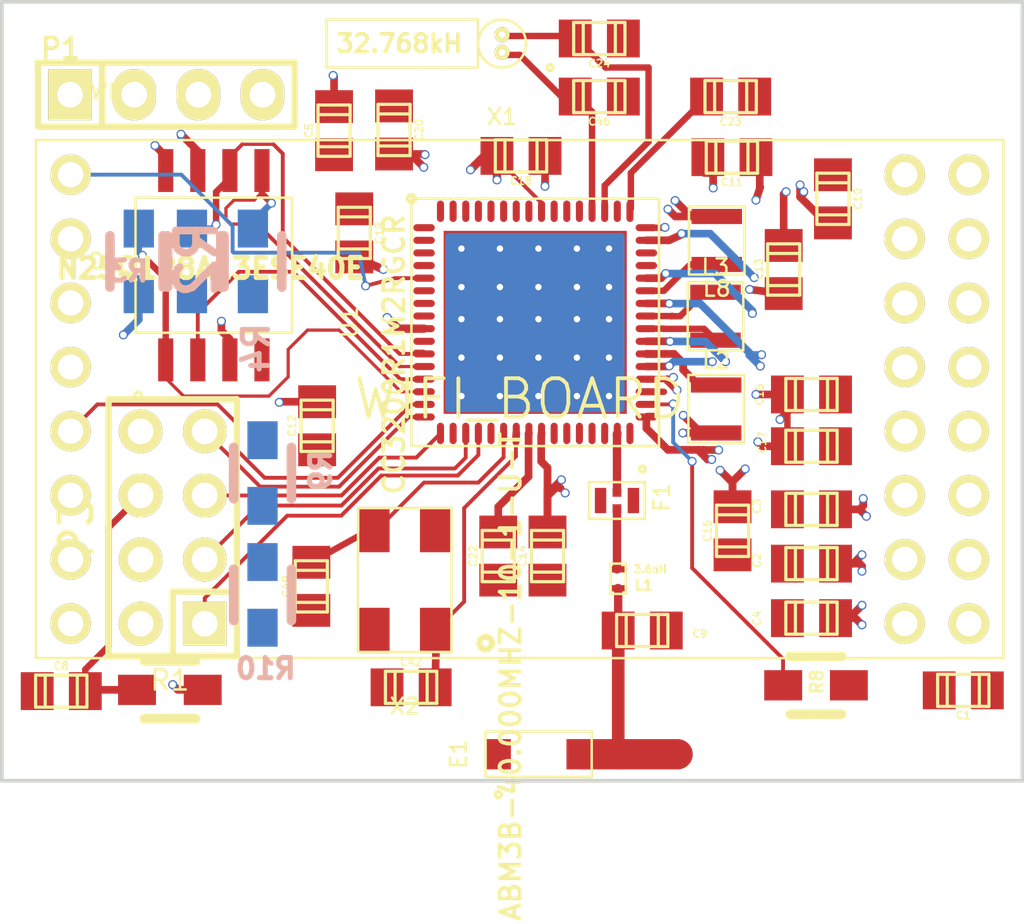
<source format=kicad_pcb>
(kicad_pcb (version 4) (host pcbnew "(2014-10-30 BZR 5240)-product")
  (layers (0 F.Cu signal) (1 In1.Cu power hide) (2 In2.Cu power) (31 B.Cu signal) (34 B.Paste user) (35 F.Paste user) (36 B.SilkS user hide) (37 F.SilkS user) (38 B.Mask user) (39 F.Mask user) (44 Edge.Cuts user))
  (net 0 "")
  (net 1 3V3)
  (net 2 GND)
  (net 3 /cc3200-io/nRESET)
  (net 4 "Net-(C22-Pad1)")
  (net 5 "Net-(C23-Pad1)")
  (net 6 "Net-(C24-Pad1)")
  (net 7 "Net-(C42-Pad1)")
  (net 8 "Net-(C46-Pad1)")
  (net 9 "Net-(C49-Pad1)")
  (net 10 /IMP_50OHM)
  (net 11 "Net-(F1-Pad3)")
  (net 12 "Net-(L2-Pad2)")
  (net 13 "Net-(L3-Pad1)")
  (net 14 "Net-(L3-Pad2)")
  (net 15 "Net-(L8-Pad2)")
  (net 16 /cc3200-io/GPIO2)
  (net 17 /cc3200-io/GPIO1)
  (net 18 /cc3200-io/TDI)
  (net 19 /cc3200-io/SOP0)
  (net 20 /cc3200-io/TDO)
  (net 21 /cc3200-io/SOP2)
  (net 22 /cc3200-io/TCK)
  (net 23 /cc3200-io/TMS)
  (net 24 "Net-(R2-Pad2)")
  (net 25 "Net-(R3-Pad2)")
  (net 26 "Net-(R4-Pad2)")
  (net 27 "Net-(R8-Pad1)")
  (net 28 /cc3200-io/GPIO10)
  (net 29 /cc3200-io/GPIO11)
  (net 30 /cc3200-io/GPIO12)
  (net 31 /cc3200-io/GPIO13)
  (net 32 /cc3200-io/GPIO14)
  (net 33 /cc3200-io/GPIO15)
  (net 34 /cc3200-io/GPIO16)
  (net 35 /cc3200-io/GPIO17)
  (net 36 "Net-(U1-Pad13)")
  (net 37 /cc3200-io/GPIO22)
  (net 38 /cc3200-io/GPIO0)
  (net 39 /cc3200-io/GPIO30)
  (net 40 /cc3200-io/GPIO3)
  (net 41 /cc3200-io/GPIO4)
  (net 42 /cc3200-io/GPIO5)
  (net 43 /cc3200-io/GPIO6)
  (net 44 /cc3200-io/GPIO7)
  (net 45 /cc3200-io/GPIO8)
  (net 46 /cc3200-io/GPIO9)
  (net 47 /cc3200-io/GPIO31)
  (net 48 /cc3200-io/GPIO28)
  (net 49 /DCDC_ANA)
  (net 50 "Net-(U1-Pad46)")
  (net 51 "Net-(U1-Pad26)")
  (net 52 "Net-(U1-Pad27)")
  (net 53 "Net-(U1-Pad28)")
  (net 54 "Net-(U1-Pad29)")
  (net 55 "Net-(U1-Pad30)")
  (net 56 /DCDC_DIG)
  (net 57 /DC_PA)
  (module Capacitors_SMD:c_0805 (layer F.Cu) (at 135.2 134.25 180)
    (fp_text reference C18 (at 0 -0.9906 180) (layer F.SilkS) (effects (font (size 0.29972 0.29972) (thickness 0.06096))))
    (fp_text value 10uF hide)
    (pad 1 smd rect (at 0.9525 0 180) (size 1.30048 1.4986) (layers F.Cu F.Paste F.Mask) (net 56 /DCDC_DIG))
    (pad 2 smd rect (at -0.9525 0 180) (size 1.30048 1.4986) (layers F.Cu F.Paste F.Mask) (net 2 GND))
  )
  (module CC3200board:XTAL-32K (layer F.Cu) (at 134.45 129.8 180)
    (fp_text reference X1 (at 0 -2.9 180) (layer F.SilkS) (effects (font (size 0.625 0.625) (thickness 0.1))))
    (fp_text value 32.768kH (at 4.064 0 180) (layer F.SilkS) (effects (font (size 0.7 0.7))))
    (pad 1 thru_hole circle (at 0 -0.35 180) (size 0.6 0.6) (drill 0.26) (layers *.Cu *.Mask F.SilkS) (net 8 "Net-(C46-Pad1)"))
    (pad 2 thru_hole circle (at 0 0.35 180) (size 0.6 0.6) (drill 0.26) (layers *.Cu *.Mask F.SilkS) (net 6 "Net-(C24-Pad1)"))
  )
  (module Capacitors_SMD:c_0805 (layer F.Cu) (at 152.71 155.42 180)
    (fp_text reference C1 (at 0 -0.9906 180) (layer F.SilkS) (effects (font (size 0.29972 0.29972) (thickness 0.06096))))
    (fp_text value 4.7uF hide)
    (pad 1 smd rect (at 0.9525 0 180) (size 1.30048 1.4986) (layers F.Cu F.Paste F.Mask) (net 1 3V3))
    (pad 2 smd rect (at -0.9525 0 180) (size 1.30048 1.4986) (layers F.Cu F.Paste F.Mask) (net 2 GND))
  )
  (module Capacitors_SMD:c_0805 (layer F.Cu) (at 146.7 150.4)
    (fp_text reference C2 (at -2.159 -0.127 90) (layer F.SilkS) (effects (font (size 0.29972 0.29972) (thickness 0.06096))))
    (fp_text value 4.7uF hide)
    (pad 1 smd rect (at 0.9525 0) (size 1.30048 1.4986) (layers F.Cu F.Paste F.Mask) (net 1 3V3))
    (pad 2 smd rect (at -0.9525 0) (size 1.30048 1.4986) (layers F.Cu F.Paste F.Mask) (net 2 GND))
  )
  (module Capacitors_SMD:c_0805 (layer F.Cu) (at 146.7 148.25)
    (fp_text reference C3 (at -2.159 -0.127 90) (layer F.SilkS) (effects (font (size 0.29972 0.29972) (thickness 0.06096))))
    (fp_text value 4.7uF hide)
    (pad 1 smd rect (at 0.9525 0) (size 1.30048 1.4986) (layers F.Cu F.Paste F.Mask) (net 1 3V3))
    (pad 2 smd rect (at -0.9525 0) (size 1.30048 1.4986) (layers F.Cu F.Paste F.Mask) (net 2 GND))
  )
  (module Capacitors_SMD:c_0805 (layer F.Cu) (at 146.7 152.56)
    (fp_text reference C4 (at -2.159 0 90) (layer F.SilkS) (effects (font (size 0.29972 0.29972) (thickness 0.06096))))
    (fp_text value 0.1uF hide)
    (pad 1 smd rect (at 0.9525 0) (size 1.30048 1.4986) (layers F.Cu F.Paste F.Mask) (net 1 3V3))
    (pad 2 smd rect (at -0.9525 0) (size 1.30048 1.4986) (layers F.Cu F.Paste F.Mask) (net 2 GND))
  )
  (module Capacitors_SMD:c_0805 (layer F.Cu) (at 127.8 133.25 90)
    (fp_text reference C5 (at 0 -0.9906 90) (layer F.SilkS) (effects (font (size 0.29972 0.29972) (thickness 0.06096))))
    (fp_text value 0.1uF hide)
    (pad 1 smd rect (at 0.9525 0 90) (size 1.30048 1.4986) (layers F.Cu F.Paste F.Mask) (net 1 3V3))
    (pad 2 smd rect (at -0.9525 0 90) (size 1.30048 1.4986) (layers F.Cu F.Paste F.Mask) (net 2 GND))
  )
  (module Capacitors_SMD:c_0805 (layer F.Cu) (at 117 155.45)
    (fp_text reference C8 (at 0 -0.9906) (layer F.SilkS) (effects (font (size 0.29972 0.29972) (thickness 0.06096))))
    (fp_text value 10uF hide)
    (pad 1 smd rect (at 0.9525 0) (size 1.30048 1.4986) (layers F.Cu F.Paste F.Mask) (net 3 /cc3200-io/nRESET))
    (pad 2 smd rect (at -0.9525 0) (size 1.30048 1.4986) (layers F.Cu F.Paste F.Mask) (net 2 GND))
  )
  (module Capacitors_SMD:c_0805 (layer F.Cu) (at 140 153.05)
    (fp_text reference C9 (at 2.286 0.127) (layer F.SilkS) (effects (font (size 0.29972 0.29972) (thickness 0.06096))))
    (fp_text value 1.0pF hide)
    (pad 1 smd rect (at 0.9525 0) (size 1.30048 1.4986) (layers F.Cu F.Paste F.Mask) (net 2 GND))
    (pad 2 smd rect (at -0.9525 0) (size 1.30048 1.4986) (layers F.Cu F.Paste F.Mask) (net 2 GND))
  )
  (module Capacitors_SMD:c_0805 (layer F.Cu) (at 147.55 135.95 270)
    (fp_text reference C10 (at 0 -0.9906 270) (layer F.SilkS) (effects (font (size 0.29972 0.29972) (thickness 0.06096))))
    (fp_text value 0.1uF hide)
    (pad 1 smd rect (at 0.9525 0 270) (size 1.30048 1.4986) (layers F.Cu F.Paste F.Mask) (net 49 /DCDC_ANA))
    (pad 2 smd rect (at -0.9525 0 270) (size 1.30048 1.4986) (layers F.Cu F.Paste F.Mask) (net 2 GND))
  )
  (module Capacitors_SMD:c_0805 (layer F.Cu) (at 143.55 134.3 180)
    (fp_text reference C11 (at 0 -0.9906 180) (layer F.SilkS) (effects (font (size 0.29972 0.29972) (thickness 0.06096))))
    (fp_text value 0.1uF hide)
    (pad 1 smd rect (at 0.9525 0 180) (size 1.30048 1.4986) (layers F.Cu F.Paste F.Mask) (net 49 /DCDC_ANA))
    (pad 2 smd rect (at -0.9525 0 180) (size 1.30048 1.4986) (layers F.Cu F.Paste F.Mask) (net 2 GND))
  )
  (module Capacitors_SMD:c_0805 (layer F.Cu) (at 127.13 144.94 90)
    (fp_text reference C12 (at 0 -0.9906 90) (layer F.SilkS) (effects (font (size 0.29972 0.29972) (thickness 0.06096))))
    (fp_text value 10uF hide)
    (pad 1 smd rect (at 0.9525 0 90) (size 1.30048 1.4986) (layers F.Cu F.Paste F.Mask) (net 1 3V3))
    (pad 2 smd rect (at -0.9525 0 90) (size 1.30048 1.4986) (layers F.Cu F.Paste F.Mask) (net 2 GND))
  )
  (module Capacitors_SMD:c_0805 (layer F.Cu) (at 145.6 138.75 90)
    (fp_text reference C13 (at 0 -0.9906 90) (layer F.SilkS) (effects (font (size 0.29972 0.29972) (thickness 0.06096))))
    (fp_text value 10uF hide)
    (pad 1 smd rect (at 0.9525 0 90) (size 1.30048 1.4986) (layers F.Cu F.Paste F.Mask) (net 49 /DCDC_ANA))
    (pad 2 smd rect (at -0.9525 0 90) (size 1.30048 1.4986) (layers F.Cu F.Paste F.Mask) (net 2 GND))
  )
  (module Capacitors_SMD:c_0805 (layer F.Cu) (at 136.25 150.1 90)
    (fp_text reference C14 (at 0 -0.9906 90) (layer F.SilkS) (effects (font (size 0.29972 0.29972) (thickness 0.06096))))
    (fp_text value 0.1uF hide)
    (pad 1 smd rect (at 0.9525 0 90) (size 1.30048 1.4986) (layers F.Cu F.Paste F.Mask) (net 49 /DCDC_ANA))
    (pad 2 smd rect (at -0.9525 0 90) (size 1.30048 1.4986) (layers F.Cu F.Paste F.Mask) (net 2 GND))
  )
  (module Capacitors_SMD:c_0805 (layer F.Cu) (at 146.7 143.7 180)
    (fp_text reference C15 (at 2.05 0 270) (layer F.SilkS) (effects (font (size 0.29972 0.29972) (thickness 0.06096))))
    (fp_text value 22uF hide)
    (pad 1 smd rect (at 0.9525 0 180) (size 1.30048 1.4986) (layers F.Cu F.Paste F.Mask) (net 57 /DC_PA))
    (pad 2 smd rect (at -0.9525 0 180) (size 1.30048 1.4986) (layers F.Cu F.Paste F.Mask) (net 2 GND))
  )
  (module Capacitors_SMD:c_0805 (layer F.Cu) (at 143.575 149.1 90)
    (fp_text reference C16 (at 0 -0.9906 90) (layer F.SilkS) (effects (font (size 0.29972 0.29972) (thickness 0.06096))))
    (fp_text value 22uF hide)
    (pad 1 smd rect (at 0.9525 0 90) (size 1.30048 1.4986) (layers F.Cu F.Paste F.Mask) (net 57 /DC_PA))
    (pad 2 smd rect (at -0.9525 0 90) (size 1.30048 1.4986) (layers F.Cu F.Paste F.Mask) (net 2 GND))
  )
  (module Capacitors_SMD:c_0805 (layer F.Cu) (at 146.7 145.75 180)
    (fp_text reference C17 (at 1.95 0.15 270) (layer F.SilkS) (effects (font (size 0.29972 0.29972) (thickness 0.06096))))
    (fp_text value 0.1uF hide)
    (pad 1 smd rect (at 0.9525 0 180) (size 1.30048 1.4986) (layers F.Cu F.Paste F.Mask) (net 57 /DC_PA))
    (pad 2 smd rect (at -0.9525 0 180) (size 1.30048 1.4986) (layers F.Cu F.Paste F.Mask) (net 2 GND))
  )
  (module Capacitors_SMD:c_0805 (layer F.Cu) (at 128.6 137.3 270)
    (fp_text reference C19 (at 0 -0.9906 270) (layer F.SilkS) (effects (font (size 0.29972 0.29972) (thickness 0.06096))))
    (fp_text value 0.1uF hide)
    (pad 1 smd rect (at 0.9525 0 270) (size 1.30048 1.4986) (layers F.Cu F.Paste F.Mask) (net 56 /DCDC_DIG))
    (pad 2 smd rect (at -0.9525 0 270) (size 1.30048 1.4986) (layers F.Cu F.Paste F.Mask) (net 2 GND))
  )
  (module Capacitors_SMD:c_0805 (layer F.Cu) (at 130.175 133.223 270)
    (fp_text reference C20 (at 0 -0.9906 270) (layer F.SilkS) (effects (font (size 0.29972 0.29972) (thickness 0.06096))))
    (fp_text value 0.1uF hide)
    (pad 1 smd rect (at 0.9525 0 270) (size 1.30048 1.4986) (layers F.Cu F.Paste F.Mask) (net 56 /DCDC_DIG))
    (pad 2 smd rect (at -0.9525 0 270) (size 1.30048 1.4986) (layers F.Cu F.Paste F.Mask) (net 2 GND))
  )
  (module Capacitors_SMD:c_0805 (layer F.Cu) (at 134.3 150.1 90)
    (fp_text reference C22 (at 0 -0.9906 90) (layer F.SilkS) (effects (font (size 0.29972 0.29972) (thickness 0.06096))))
    (fp_text value 0.1uF hide)
    (pad 1 smd rect (at 0.9525 0 90) (size 1.30048 1.4986) (layers F.Cu F.Paste F.Mask) (net 4 "Net-(C22-Pad1)"))
    (pad 2 smd rect (at -0.9525 0 90) (size 1.30048 1.4986) (layers F.Cu F.Paste F.Mask) (net 2 GND))
  )
  (module Capacitors_SMD:c_0805 (layer F.Cu) (at 143.5 131.9 180)
    (fp_text reference C23 (at 0 -0.9906 180) (layer F.SilkS) (effects (font (size 0.29972 0.29972) (thickness 0.06096))))
    (fp_text value 0.1uF hide)
    (pad 1 smd rect (at 0.9525 0 180) (size 1.30048 1.4986) (layers F.Cu F.Paste F.Mask) (net 5 "Net-(C23-Pad1)"))
    (pad 2 smd rect (at -0.9525 0 180) (size 1.30048 1.4986) (layers F.Cu F.Paste F.Mask) (net 2 GND))
  )
  (module Capacitors_SMD:c_0805 (layer F.Cu) (at 138.3 129.6 180)
    (fp_text reference C24 (at 0 -0.9906 180) (layer F.SilkS) (effects (font (size 0.29972 0.29972) (thickness 0.06096))))
    (fp_text value 10pF hide)
    (pad 1 smd rect (at 0.9525 0 180) (size 1.30048 1.4986) (layers F.Cu F.Paste F.Mask) (net 6 "Net-(C24-Pad1)"))
    (pad 2 smd rect (at -0.9525 0 180) (size 1.30048 1.4986) (layers F.Cu F.Paste F.Mask) (net 2 GND))
  )
  (module Capacitors_SMD:c_0805 (layer F.Cu) (at 130.85 155.3)
    (fp_text reference C42 (at 0 -0.9906) (layer F.SilkS) (effects (font (size 0.29972 0.29972) (thickness 0.06096))))
    (fp_text value 10pF hide)
    (pad 1 smd rect (at 0.9525 0) (size 1.30048 1.4986) (layers F.Cu F.Paste F.Mask) (net 7 "Net-(C42-Pad1)"))
    (pad 2 smd rect (at -0.9525 0) (size 1.30048 1.4986) (layers F.Cu F.Paste F.Mask) (net 2 GND))
  )
  (module Capacitors_SMD:c_0805 (layer F.Cu) (at 138.3 131.9 180)
    (fp_text reference C46 (at 0 -0.9906 180) (layer F.SilkS) (effects (font (size 0.29972 0.29972) (thickness 0.06096))))
    (fp_text value 10pF hide)
    (pad 1 smd rect (at 0.9525 0 180) (size 1.30048 1.4986) (layers F.Cu F.Paste F.Mask) (net 8 "Net-(C46-Pad1)"))
    (pad 2 smd rect (at -0.9525 0 180) (size 1.30048 1.4986) (layers F.Cu F.Paste F.Mask) (net 2 GND))
  )
  (module Capacitors_SMD:c_0805 (layer F.Cu) (at 126.9 151.3 90)
    (fp_text reference C49 (at 0 -0.9906 90) (layer F.SilkS) (effects (font (size 0.29972 0.29972) (thickness 0.06096))))
    (fp_text value 10pF hide)
    (pad 1 smd rect (at 0.9525 0 90) (size 1.30048 1.4986) (layers F.Cu F.Paste F.Mask) (net 9 "Net-(C49-Pad1)"))
    (pad 2 smd rect (at -0.9525 0 90) (size 1.30048 1.4986) (layers F.Cu F.Paste F.Mask) (net 2 GND))
  )
  (module CC3200board:DEA202450B (layer F.Cu) (at 139 147.9 270)
    (fp_text reference F1 (at -0.127 -1.778 270) (layer F.SilkS) (effects (font (size 0.625 0.625) (thickness 0.1))))
    (fp_text value FLT24)
    (pad 1 smd rect (at -0.325 0 270) (size 0.35 0.35) (layers F.Cu F.Paste F.Mask) (net 10 /IMP_50OHM))
    (pad 2 smd rect (at 0 -0.65 270) (size 1 0.45) (layers F.Cu F.Paste F.Mask) (net 2 GND))
    (pad 3 smd rect (at 0.325 0 270) (size 0.35 0.35) (layers F.Cu F.Paste F.Mask) (net 11 "Net-(F1-Pad3)"))
    (pad 4 smd rect (at 0 0.65 270) (size 1 0.45) (layers F.Cu F.Paste F.Mask) (net 2 GND))
  )
  (module CC3200board:IND_RF_0402 (layer F.Cu) (at 139.05 151)
    (fp_text reference L1 (at 1.016 0.254) (layer F.SilkS) (effects (font (size 0.4 0.4) (thickness 0.1))))
    (fp_text value 3.6nH (at 1.27 -0.381) (layer F.SilkS) (effects (font (size 0.3 0.3) (thickness 0.075))))
    (pad 1 smd rect (at 0 -0.375) (size 0.5 0.25) (layers F.Cu F.Paste F.Mask) (net 11 "Net-(F1-Pad3)"))
    (pad 2 smd rect (at 0 0.375) (size 0.5 0.25) (layers F.Cu F.Paste F.Mask) (net 2 GND))
  )
  (module CC3200board:IND_PWR_1008 (layer F.Cu) (at 142.925 144.275 180)
    (fp_text reference L2 (at 0 1.905 180) (layer F.SilkS) (effects (font (size 0.625 0.625) (thickness 0.1))))
    (fp_text value 2.2uH hide)
    (pad 1 smd rect (at 0 -0.95 180) (size 2 0.6) (layers F.Cu F.Paste F.Mask) (net 49 /DCDC_ANA))
    (pad 2 smd rect (at 0 0.95 180) (size 2 0.6) (layers F.Cu F.Paste F.Mask) (net 12 "Net-(L2-Pad2)"))
  )
  (module CC3200board:IND_PWR_1008 (layer F.Cu) (at 142.9 140.6)
    (fp_text reference L3 (at 0 -1.95) (layer F.SilkS) (effects (font (size 0.625 0.625) (thickness 0.1))))
    (fp_text value 1uH hide)
    (pad 1 smd rect (at 0 -0.95) (size 2 0.6) (layers F.Cu F.Paste F.Mask) (net 13 "Net-(L3-Pad1)"))
    (pad 2 smd rect (at 0 0.95) (size 2 0.6) (layers F.Cu F.Paste F.Mask) (net 14 "Net-(L3-Pad2)"))
  )
  (module CC3200board:IND_PWR_1008 (layer F.Cu) (at 142.95 137.6)
    (fp_text reference L8 (at 0 1.905) (layer F.SilkS) (effects (font (size 0.625 0.625) (thickness 0.1))))
    (fp_text value 2.2uH hide)
    (pad 1 smd rect (at 0 -0.95) (size 2 0.6) (layers F.Cu F.Paste F.Mask) (net 56 /DCDC_DIG))
    (pad 2 smd rect (at 0 0.95) (size 2 0.6) (layers F.Cu F.Paste F.Mask) (net 15 "Net-(L8-Pad2)"))
  )
  (module Pin_Headers:Pin_Header_Straight_1x04 (layer F.Cu) (at 121.158 131.826)
    (fp_text reference P1 (at -4.178 -1.826) (layer F.SilkS) (effects (font (size 0.8 0.8))))
    (fp_text value PROG hide)
    (pad 1 thru_hole rect (at -3.81 0) (size 1.7272 2.032) (drill 1.016) (layers *.Cu *.Mask F.SilkS) (net 2 GND))
    (pad 2 thru_hole oval (at -1.27 0) (size 1.7272 2.032) (drill 1.016) (layers *.Cu *.Mask F.SilkS) (net 1 3V3))
    (pad 3 thru_hole oval (at 1.27 0) (size 1.7272 2.032) (drill 1.016) (layers *.Cu *.Mask F.SilkS) (net 16 /cc3200-io/GPIO2))
    (pad 4 thru_hole oval (at 3.81 0) (size 1.7272 2.032) (drill 1.016) (layers *.Cu *.Mask F.SilkS) (net 17 /cc3200-io/GPIO1))
  )
  (module Resistors_SMD:Resistor_SMD0805_HandSoldering (layer F.Cu) (at 121.3 155.4)
    (fp_text reference R1 (at 0 -0.381) (layer F.SilkS) (effects (font (size 0.8 0.8) (thickness 0.1))))
    (fp_text value 50K hide)
    (pad 1 smd rect (at -1.30048 0) (size 1.50114 1.19888) (layers F.Cu F.Paste F.Mask) (net 3 /cc3200-io/nRESET))
    (pad 2 smd rect (at 1.30048 0) (size 1.50114 1.19888) (layers F.Cu F.Paste F.Mask) (net 1 3V3))
  )
  (module Resistors_SMD:Resistor_SMD0805_HandSoldering (layer B.Cu) (at 120.07 138.43 90)
    (fp_text reference R2 (at 0.09906 2.30124 90) (layer B.SilkS) (effects (font (thickness 0.3048)) (justify mirror)))
    (fp_text value 100K hide)
    (pad 1 smd rect (at -1.30048 0 90) (size 1.50114 1.19888) (layers B.Cu B.Paste B.Mask) (net 1 3V3))
    (pad 2 smd rect (at 1.30048 0 90) (size 1.50114 1.19888) (layers B.Cu B.Paste B.Mask) (net 24 "Net-(R2-Pad2)"))
  )
  (module Resistors_SMD:Resistor_SMD0805_HandSoldering (layer B.Cu) (at 122.174 138.43 90)
    (fp_text reference R3 (at -0.381 -2.54 360) (layer B.SilkS) (effects (font (size 0.8 0.8) (thickness 0.2)) (justify mirror)))
    (fp_text value 100K hide)
    (pad 1 smd rect (at -1.30048 0 90) (size 1.50114 1.19888) (layers B.Cu B.Paste B.Mask) (net 2 GND))
    (pad 2 smd rect (at 1.30048 0 90) (size 1.50114 1.19888) (layers B.Cu B.Paste B.Mask) (net 25 "Net-(R3-Pad2)"))
  )
  (module Resistors_SMD:Resistor_SMD0805_HandSoldering (layer B.Cu) (at 124.587 138.43 90)
    (fp_text reference R4 (at -3.429 0.127 90) (layer B.SilkS) (effects (font (thickness 0.2)) (justify mirror)))
    (fp_text value 100K hide)
    (pad 1 smd rect (at -1.30048 0 90) (size 1.50114 1.19888) (layers B.Cu B.Paste B.Mask) (net 2 GND))
    (pad 2 smd rect (at 1.30048 0 90) (size 1.50114 1.19888) (layers B.Cu B.Paste B.Mask) (net 26 "Net-(R4-Pad2)"))
  )
  (module Resistors_SMD:Resistor_SMD0805_HandSoldering (layer F.Cu) (at 146.88 155.22)
    (fp_text reference R8 (at 0.03 -0.14 90) (layer F.SilkS) (effects (font (size 0.5 0.5) (thickness 0.1))))
    (fp_text value 100K hide)
    (pad 1 smd rect (at -1.30048 0) (size 1.50114 1.19888) (layers F.Cu F.Paste F.Mask) (net 27 "Net-(R8-Pad1)"))
    (pad 2 smd rect (at 1.30048 0) (size 1.50114 1.19888) (layers F.Cu F.Paste F.Mask) (net 2 GND))
  )
  (module Resistors_SMD:Resistor_SMD0805_HandSoldering (layer B.Cu) (at 124.968 146.812 90)
    (fp_text reference R9 (at 0.09906 2.30124 90) (layer B.SilkS) (effects (font (size 0.8 0.8) (thickness 0.2)) (justify mirror)))
    (fp_text value 100K hide)
    (pad 1 smd rect (at -1.30048 0 90) (size 1.50114 1.19888) (layers B.Cu B.Paste B.Mask) (net 19 /cc3200-io/SOP0))
    (pad 2 smd rect (at 1.30048 0 90) (size 1.50114 1.19888) (layers B.Cu B.Paste B.Mask) (net 2 GND))
  )
  (module Resistors_SMD:Resistor_SMD0805_HandSoldering (layer B.Cu) (at 124.968 151.638 270)
    (fp_text reference R10 (at 2.921 -0.127 540) (layer B.SilkS) (effects (font (size 0.8 0.8) (thickness 0.2)) (justify mirror)))
    (fp_text value 2.7K hide)
    (pad 1 smd rect (at -1.30048 0 270) (size 1.50114 1.19888) (layers B.Cu B.Paste B.Mask) (net 21 /cc3200-io/SOP2))
    (pad 2 smd rect (at 1.30048 0 270) (size 1.50114 1.19888) (layers B.Cu B.Paste B.Mask) (net 2 GND))
  )
  (module CC3200board:N25Q128A (layer F.Cu) (at 123.04 138.58 90)
    (fp_text reference U2 (at 0 -4.5 90) (layer F.SilkS) (effects (font (size 0.625 0.625) (thickness 0.1))))
    (fp_text value N25Q128A13ESE40E (at -0.127 -0.127 180) (layer F.SilkS) (effects (font (size 0.8 0.8) (thickness 0.2))))
    (pad 1 smd rect (at -3.75 -1.905 90) (size 1.7 0.6) (layers F.Cu F.Paste F.Mask) (net 24 "Net-(R2-Pad2)"))
    (pad 2 smd rect (at -3.75 -0.635 90) (size 1.7 0.6) (layers F.Cu F.Paste F.Mask) (net 36 "Net-(U1-Pad13)"))
    (pad 3 smd rect (at -3.75 0.635 90) (size 1.7 0.6) (layers F.Cu F.Paste F.Mask) (net 1 3V3))
    (pad 4 smd rect (at -3.75 1.905 90) (size 1.7 0.6) (layers F.Cu F.Paste F.Mask) (net 2 GND))
    (pad 5 smd rect (at 3.75 1.905 90) (size 1.7 0.6) (layers F.Cu F.Paste F.Mask) (net 26 "Net-(R4-Pad2)"))
    (pad 6 smd rect (at 3.75 0.635 90) (size 1.7 0.6) (layers F.Cu F.Paste F.Mask) (net 25 "Net-(R3-Pad2)"))
    (pad 7 smd rect (at 3.75 -0.635 90) (size 1.7 0.6) (layers F.Cu F.Paste F.Mask) (net 1 3V3))
    (pad 8 smd rect (at 3.75 -1.905 90) (size 1.7 0.6) (layers F.Cu F.Paste F.Mask) (net 1 3V3))
  )
  (module CC3200board:CC3200R1M2RGCR (layer F.Cu) (at 135.763 140.843 90)
    (fp_text reference U1 (at 0 -7.35 90) (layer F.SilkS) (effects (font (size 0.625 0.625) (thickness 0.1))))
    (fp_text value CC3200R1M2RGCR (at -1.27 -5.588 90) (layer F.SilkS) (effects (font (size 0.8 0.8))))
    (pad 1 smd oval (at 3.75 -4.4 180) (size 0.85 0.28) (layers F.Cu F.Paste F.Mask) (net 28 /cc3200-io/GPIO10))
    (pad 2 smd oval (at 3.25 -4.4 180) (size 0.85 0.28) (layers F.Cu F.Paste F.Mask) (net 29 /cc3200-io/GPIO11))
    (pad 3 smd oval (at 2.75 -4.4 180) (size 0.85 0.28) (layers F.Cu F.Paste F.Mask) (net 30 /cc3200-io/GPIO12))
    (pad 4 smd oval (at 2.25 -4.4 180) (size 0.85 0.28) (layers F.Cu F.Paste F.Mask) (net 31 /cc3200-io/GPIO13))
    (pad 5 smd oval (at 1.75 -4.4 180) (size 0.85 0.28) (layers F.Cu F.Paste F.Mask) (net 32 /cc3200-io/GPIO14))
    (pad 6 smd oval (at 1.25 -4.4 180) (size 0.85 0.28) (layers F.Cu F.Paste F.Mask) (net 33 /cc3200-io/GPIO15))
    (pad 7 smd oval (at 0.75 -4.4 180) (size 0.85 0.28) (layers F.Cu F.Paste F.Mask) (net 34 /cc3200-io/GPIO16))
    (pad 8 smd oval (at 0.25 -4.4 180) (size 0.85 0.28) (layers F.Cu F.Paste F.Mask) (net 35 /cc3200-io/GPIO17))
    (pad 9 smd oval (at -0.25 -4.4 180) (size 0.85 0.28) (layers F.Cu F.Paste F.Mask) (net 56 /DCDC_DIG))
    (pad 10 smd oval (at -0.75 -4.4 180) (size 0.85 0.28) (layers F.Cu F.Paste F.Mask) (net 1 3V3))
    (pad 11 smd oval (at -1.25 -4.4 180) (size 0.85 0.28) (layers F.Cu F.Paste F.Mask) (net 25 "Net-(R3-Pad2)"))
    (pad 12 smd oval (at -1.75 -4.4 180) (size 0.85 0.28) (layers F.Cu F.Paste F.Mask) (net 26 "Net-(R4-Pad2)"))
    (pad 13 smd oval (at -2.25 -4.4 180) (size 0.85 0.28) (layers F.Cu F.Paste F.Mask) (net 36 "Net-(U1-Pad13)"))
    (pad 14 smd oval (at -2.75 -4.4 180) (size 0.85 0.28) (layers F.Cu F.Paste F.Mask) (net 24 "Net-(R2-Pad2)"))
    (pad 15 smd oval (at -3.25 -4.4 180) (size 0.85 0.28) (layers F.Cu F.Paste F.Mask) (net 37 /cc3200-io/GPIO22))
    (pad 16 smd oval (at -3.75 -4.4 180) (size 0.85 0.28) (layers F.Cu F.Paste F.Mask) (net 18 /cc3200-io/TDI))
    (pad 49 smd oval (at 4.4 3.75 90) (size 0.85 0.28) (layers F.Cu F.Paste F.Mask) (net 5 "Net-(C23-Pad1)"))
    (pad 50 smd oval (at 4.4 3.25 90) (size 0.85 0.28) (layers F.Cu F.Paste F.Mask) (net 38 /cc3200-io/GPIO0))
    (pad 51 smd oval (at 4.4 2.75 90) (size 0.85 0.28) (layers F.Cu F.Paste F.Mask) (net 6 "Net-(C24-Pad1)"))
    (pad 52 smd oval (at 4.4 2.25 90) (size 0.85 0.28) (layers F.Cu F.Paste F.Mask) (net 8 "Net-(C46-Pad1)"))
    (pad 53 smd oval (at 4.4 1.75 90) (size 0.85 0.28) (layers F.Cu F.Paste F.Mask) (net 39 /cc3200-io/GPIO30))
    (pad 54 smd oval (at 4.4 1.25 90) (size 0.85 0.28) (layers F.Cu F.Paste F.Mask) (net 1 3V3))
    (pad 55 smd oval (at 4.4 0.75 90) (size 0.85 0.28) (layers F.Cu F.Paste F.Mask) (net 17 /cc3200-io/GPIO1))
    (pad 56 smd oval (at 4.4 0.25 90) (size 0.85 0.28) (layers F.Cu F.Paste F.Mask) (net 56 /DCDC_DIG))
    (pad 57 smd oval (at 4.4 -0.25 90) (size 0.85 0.28) (layers F.Cu F.Paste F.Mask) (net 16 /cc3200-io/GPIO2))
    (pad 58 smd oval (at 4.4 -0.75 90) (size 0.85 0.28) (layers F.Cu F.Paste F.Mask) (net 40 /cc3200-io/GPIO3))
    (pad 59 smd oval (at 4.4 -1.25 90) (size 0.85 0.28) (layers F.Cu F.Paste F.Mask) (net 41 /cc3200-io/GPIO4))
    (pad 60 smd oval (at 4.4 -1.75 90) (size 0.85 0.28) (layers F.Cu F.Paste F.Mask) (net 42 /cc3200-io/GPIO5))
    (pad 61 smd oval (at 4.4 -2.25 90) (size 0.85 0.28) (layers F.Cu F.Paste F.Mask) (net 43 /cc3200-io/GPIO6))
    (pad 62 smd oval (at 4.4 -2.75 90) (size 0.85 0.28) (layers F.Cu F.Paste F.Mask) (net 44 /cc3200-io/GPIO7))
    (pad 63 smd oval (at 4.4 -3.25 90) (size 0.85 0.28) (layers F.Cu F.Paste F.Mask) (net 45 /cc3200-io/GPIO8))
    (pad 64 smd oval (at 4.4 -3.75 90) (size 0.85 0.28) (layers F.Cu F.Paste F.Mask) (net 46 /cc3200-io/GPIO9))
    (pad 33 smd oval (at -3.75 4.4) (size 0.85 0.28) (layers F.Cu F.Paste F.Mask) (net 57 /DC_PA))
    (pad 34 smd oval (at -3.25 4.4) (size 0.85 0.28) (layers F.Cu F.Paste F.Mask) (net 27 "Net-(R8-Pad1)"))
    (pad 35 smd oval (at -2.75 4.4) (size 0.85 0.28) (layers F.Cu F.Paste F.Mask) (net 19 /cc3200-io/SOP0))
    (pad 36 smd oval (at -2.25 4.4) (size 0.85 0.28) (layers F.Cu F.Paste F.Mask) (net 49 /DCDC_ANA))
    (pad 37 smd oval (at -1.75 4.4) (size 0.85 0.28) (layers F.Cu F.Paste F.Mask) (net 1 3V3))
    (pad 38 smd oval (at -1.25 4.4) (size 0.85 0.28) (layers F.Cu F.Paste F.Mask) (net 12 "Net-(L2-Pad2)"))
    (pad 39 smd oval (at -0.75 4.4) (size 0.85 0.28) (layers F.Cu F.Paste F.Mask) (net 1 3V3))
    (pad 40 smd oval (at -0.25 4.4) (size 0.85 0.28) (layers F.Cu F.Paste F.Mask) (net 14 "Net-(L3-Pad2)"))
    (pad 41 smd oval (at 0.25 4.4) (size 0.85 0.28) (layers F.Cu F.Paste F.Mask) (net 13 "Net-(L3-Pad1)"))
    (pad 42 smd oval (at 0.75 4.4) (size 0.85 0.28) (layers F.Cu F.Paste F.Mask) (net 57 /DC_PA))
    (pad 43 smd oval (at 1.25 4.4) (size 0.85 0.28) (layers F.Cu F.Paste F.Mask) (net 15 "Net-(L8-Pad2)"))
    (pad 44 smd oval (at 1.75 4.4) (size 0.85 0.28) (layers F.Cu F.Paste F.Mask) (net 1 3V3))
    (pad 45 smd oval (at 2.25 4.4) (size 0.85 0.28) (layers F.Cu F.Paste F.Mask) (net 47 /cc3200-io/GPIO31))
    (pad 46 smd oval (at 2.75 4.4) (size 0.85 0.28) (layers F.Cu F.Paste F.Mask) (net 50 "Net-(U1-Pad46)"))
    (pad 47 smd oval (at 3.25 4.4) (size 0.85 0.28) (layers F.Cu F.Paste F.Mask) (net 1 3V3))
    (pad 48 smd oval (at 3.75 4.4) (size 0.85 0.28) (layers F.Cu F.Paste F.Mask) (net 49 /DCDC_ANA))
    (pad 17 smd oval (at -4.4 -3.75 90) (size 0.85 0.28) (layers F.Cu F.Paste F.Mask) (net 20 /cc3200-io/TDO))
    (pad 18 smd oval (at -4.4 -3.25 90) (size 0.85 0.28) (layers F.Cu F.Paste F.Mask) (net 48 /cc3200-io/GPIO28))
    (pad 19 smd oval (at -4.4 -2.75 90) (size 0.85 0.28) (layers F.Cu F.Paste F.Mask) (net 22 /cc3200-io/TCK))
    (pad 20 smd oval (at -4.4 -2.25 90) (size 0.85 0.28) (layers F.Cu F.Paste F.Mask) (net 23 /cc3200-io/TMS))
    (pad 21 smd oval (at -4.4 -1.75 90) (size 0.85 0.28) (layers F.Cu F.Paste F.Mask) (net 21 /cc3200-io/SOP2))
    (pad 22 smd oval (at -4.4 -1.25 90) (size 0.85 0.28) (layers F.Cu F.Paste F.Mask) (net 9 "Net-(C49-Pad1)"))
    (pad 23 smd oval (at -4.4 -0.75 90) (size 0.85 0.28) (layers F.Cu F.Paste F.Mask) (net 7 "Net-(C42-Pad1)"))
    (pad 24 smd oval (at -4.4 -0.25 90) (size 0.85 0.28) (layers F.Cu F.Paste F.Mask) (net 4 "Net-(C22-Pad1)"))
    (pad 25 smd oval (at -4.4 0.25 90) (size 0.85 0.28) (layers F.Cu F.Paste F.Mask) (net 49 /DCDC_ANA))
    (pad 26 smd oval (at -4.4 0.75 90) (size 0.85 0.28) (layers F.Cu F.Paste F.Mask) (net 51 "Net-(U1-Pad26)"))
    (pad 27 smd oval (at -4.4 1.25 90) (size 0.85 0.28) (layers F.Cu F.Paste F.Mask) (net 52 "Net-(U1-Pad27)"))
    (pad 28 smd oval (at -4.4 1.75 90) (size 0.85 0.28) (layers F.Cu F.Paste F.Mask) (net 53 "Net-(U1-Pad28)"))
    (pad 29 smd oval (at -4.4 2.25 90) (size 0.85 0.28) (layers F.Cu F.Paste F.Mask) (net 54 "Net-(U1-Pad29)"))
    (pad 30 smd oval (at -4.4 2.75 90) (size 0.85 0.28) (layers F.Cu F.Paste F.Mask) (net 55 "Net-(U1-Pad30)"))
    (pad 31 smd oval (at -4.4 3.25 90) (size 0.85 0.28) (layers F.Cu F.Paste F.Mask) (net 10 /IMP_50OHM))
    (pad 32 smd oval (at -4.4 3.75 90) (size 0.85 0.28) (layers F.Cu F.Paste F.Mask) (net 3 /cc3200-io/nRESET))
    (pad 65 smd rect (at 0 0 90) (size 7.25 7.25) (layers F.Cu F.Paste F.Mask) (net 2 GND))
  )
  (module CC3200board:ABM3B-40.000MHZ-10-1-U-T (layer F.Cu) (at 130.6 151.05 180)
    (fp_text reference X2 (at 0 -5 180) (layer F.SilkS) (effects (font (size 0.625 0.625) (thickness 0.1))))
    (fp_text value ABM3B-40.000MHZ-10-1-U-T (at -4.191 -3.81 270) (layer F.SilkS) (effects (font (size 0.8 0.8))))
    (pad 1 smd rect (at -1.2 -2 180) (size 1.2 1.8) (layers F.Cu F.Paste F.Mask) (net 7 "Net-(C42-Pad1)"))
    (pad 2 smd rect (at -1.2 2 180) (size 1.2 1.8) (layers F.Cu F.Paste F.Mask) (net 2 GND))
    (pad 3 smd rect (at 1.2 2 180) (size 1.2 1.8) (layers F.Cu F.Paste F.Mask) (net 9 "Net-(C49-Pad1)"))
    (pad 4 smd rect (at 1.2 -2 180) (size 1.2 1.8) (layers F.Cu F.Paste F.Mask) (net 2 GND))
  )
  (module CC3200board:2.4GHz_ANT_AH316M245001-T (layer F.Cu) (at 135.9 157.95 90)
    (fp_text reference E1 (at 0 -3.175 90) (layer F.SilkS) (effects (font (size 0.625 0.625) (thickness 0.1))))
    (fp_text value AH316M245001-T)
    (pad 1 smd rect (at 0 -1.6 90) (size 1.2 1) (layers F.Cu F.Paste F.Mask) (net 2 GND))
    (pad 2 smd rect (at 0 1.6 90) (size 1.2 1) (layers F.Cu F.Paste F.Mask) (net 2 GND))
  )
  (module Pin_Headers:Pin_Header_Straight_2x04 (layer F.Cu) (at 121.412 148.971 90)
    (fp_text reference P3 (at 0 -3.81 90) (layer F.SilkS) (effects (font (size 1.27 1.27) (thickness 0.2032))))
    (fp_text value CONN_JTAG hide)
    (pad 1 thru_hole rect (at -3.81 1.27 90) (size 1.7272 1.7272) (drill 1.016) (layers *.Cu *.Mask F.SilkS) (net 23 /cc3200-io/TMS))
    (pad 2 thru_hole oval (at -3.81 -1.27 90) (size 1.7272 1.7272) (drill 1.016) (layers *.Cu *.Mask F.SilkS) (net 19 /cc3200-io/SOP0))
    (pad 3 thru_hole oval (at -1.27 1.27 90) (size 1.7272 1.7272) (drill 1.016) (layers *.Cu *.Mask F.SilkS) (net 22 /cc3200-io/TCK))
    (pad 4 thru_hole oval (at -1.27 -1.27 90) (size 1.7272 1.7272) (drill 1.016) (layers *.Cu *.Mask F.SilkS) (net 21 /cc3200-io/SOP2))
    (pad 5 thru_hole oval (at 1.27 1.27 90) (size 1.7272 1.7272) (drill 1.016) (layers *.Cu *.Mask F.SilkS) (net 20 /cc3200-io/TDO))
    (pad 6 thru_hole oval (at 1.27 -1.27 90) (size 1.7272 1.7272) (drill 1.016) (layers *.Cu *.Mask F.SilkS) (net 3 /cc3200-io/nRESET))
    (pad 7 thru_hole oval (at 3.81 1.27 90) (size 1.7272 1.7272) (drill 1.016) (layers *.Cu *.Mask F.SilkS) (net 18 /cc3200-io/TDI))
    (pad 8 thru_hole oval (at 3.81 -1.27 90) (size 1.7272 1.7272) (drill 1.016) (layers *.Cu *.Mask F.SilkS) (net 2 GND))
  )
  (module CC3200board:DaughterBoard (layer F.Cu) (at 135.151001 143.8835)
    (fp_text reference WB1 (at -16.05 -12.16) (layer F.SilkS) (effects (font (size 0.625 0.625) (thickness 0.1))))
    (fp_text value WIFI_BOARD (at 0 0) (layer F.SilkS))
    (pad 1 thru_hole circle (at -17.78 -8.89 180) (size 1.6 1.6) (drill 1) (layers *.Cu *.Mask F.SilkS) (net 32 /cc3200-io/GPIO14))
    (pad 2 thru_hole circle (at -17.78 -6.35 180) (size 1.6 1.6) (drill 1) (layers *.Cu *.Mask F.SilkS) (net 34 /cc3200-io/GPIO16))
    (pad 3 thru_hole circle (at -17.78 -3.81 180) (size 1.6 1.6) (drill 1) (layers *.Cu *.Mask F.SilkS) (net 33 /cc3200-io/GPIO15))
    (pad 4 thru_hole circle (at -17.78 -1.27 180) (size 1.6 1.6) (drill 1) (layers *.Cu *.Mask F.SilkS) (net 38 /cc3200-io/GPIO0))
    (pad 5 thru_hole circle (at -17.78 1.27 180) (size 1.6 1.6) (drill 1) (layers *.Cu *.Mask F.SilkS) (net 37 /cc3200-io/GPIO22))
    (pad 6 thru_hole circle (at -17.78 3.81 180) (size 1.6 1.6) (drill 1) (layers *.Cu *.Mask F.SilkS) (net 39 /cc3200-io/GPIO30))
    (pad 7 thru_hole circle (at -17.78 6.35 180) (size 1.6 1.6) (drill 1) (layers *.Cu *.Mask F.SilkS) (net 35 /cc3200-io/GPIO17))
    (pad 8 thru_hole circle (at -17.78 8.89 180) (size 1.6 1.6) (drill 1) (layers *.Cu *.Mask F.SilkS) (net 47 /cc3200-io/GPIO31))
    (pad 9 thru_hole circle (at 17.78 8.89) (size 1.6 1.6) (drill 1) (layers *.Cu *.Mask F.SilkS) (net 1 3V3))
    (pad 10 thru_hole circle (at 17.78 6.35) (size 1.6 1.6) (drill 1) (layers *.Cu *.Mask F.SilkS) (net 40 /cc3200-io/GPIO3))
    (pad 11 thru_hole circle (at 17.78 3.81) (size 1.6 1.6) (drill 1) (layers *.Cu *.Mask F.SilkS) (net 31 /cc3200-io/GPIO13))
    (pad 12 thru_hole circle (at 17.78 1.27) (size 1.6 1.6) (drill 1) (layers *.Cu *.Mask F.SilkS) (net 30 /cc3200-io/GPIO12))
    (pad 13 thru_hole circle (at 17.78 -1.27) (size 1.6 1.6) (drill 1) (layers *.Cu *.Mask F.SilkS) (net 29 /cc3200-io/GPIO11))
    (pad 14 thru_hole circle (at 17.78 -3.81) (size 1.6 1.6) (drill 1) (layers *.Cu *.Mask F.SilkS) (net 28 /cc3200-io/GPIO10))
    (pad 15 thru_hole circle (at 17.78 -6.35) (size 1.6 1.6) (drill 1) (layers *.Cu *.Mask F.SilkS) (net 48 /cc3200-io/GPIO28))
    (pad 16 thru_hole circle (at 17.78 -8.89) (size 1.6 1.6) (drill 1) (layers *.Cu *.Mask F.SilkS) (net 2 GND))
    (pad 17 thru_hole circle (at 15.24 -8.89) (size 1.6 1.6) (drill 1) (layers *.Cu *.Mask F.SilkS) (net 1 3V3))
    (pad 18 thru_hole circle (at 15.24 -6.35) (size 1.6 1.6) (drill 1) (layers *.Cu *.Mask F.SilkS) (net 41 /cc3200-io/GPIO4))
    (pad 19 thru_hole circle (at 15.24 -3.81) (size 1.6 1.6) (drill 1) (layers *.Cu *.Mask F.SilkS) (net 42 /cc3200-io/GPIO5))
    (pad 20 thru_hole circle (at 15.24 -1.27) (size 1.6 1.6) (drill 1) (layers *.Cu *.Mask F.SilkS) (net 43 /cc3200-io/GPIO6))
    (pad 21 thru_hole circle (at 15.24 1.27) (size 1.6 1.6) (drill 1) (layers *.Cu *.Mask F.SilkS) (net 44 /cc3200-io/GPIO7))
    (pad 22 thru_hole circle (at 15.24 3.81) (size 1.6 1.6) (drill 1) (layers *.Cu *.Mask F.SilkS) (net 45 /cc3200-io/GPIO8))
    (pad 23 thru_hole circle (at 15.24 6.35) (size 1.6 1.6) (drill 1) (layers *.Cu *.Mask F.SilkS) (net 46 /cc3200-io/GPIO9))
    (pad 24 thru_hole circle (at 15.24 8.89) (size 1.6 1.6) (drill 1) (layers *.Cu *.Mask F.SilkS) (net 2 GND))
  )
  (gr_line (start 155.05 159) (end 114.65 159) (angle 90) (layer Edge.Cuts) (width 0.15))
  (gr_line (start 155.05 128.15) (end 155.05 159) (angle 90) (layer Edge.Cuts) (width 0.15))
  (gr_line (start 114.65 128.15) (end 155.05 128.15) (angle 90) (layer Edge.Cuts) (width 0.15))
  (gr_line (start 114.65 159) (end 114.65 128.15) (angle 90) (layer Edge.Cuts) (width 0.15))
  (segment (start 122.60048 155.4) (end 121.618 155.4) (width 0.3048) (layer F.Cu) (net 1))
  (via (at 121.412 155.194) (size 0.3556) (layers F.Cu B.Cu) (net 1))
  (segment (start 121.618 155.4) (end 121.412 155.194) (width 0.3048) (layer F.Cu) (net 1))
  (segment (start 127.8 132.2975) (end 127.8 131.102) (width 0.3048) (layer F.Cu) (net 1))
  (via (at 127.762 131.064) (size 0.3556) (layers F.Cu B.Cu) (net 1))
  (segment (start 127.8 131.102) (end 127.762 131.064) (width 0.3048) (layer F.Cu) (net 1))
  (segment (start 127.13 143.9875) (end 125.6525 143.9875) (width 0.3048) (layer F.Cu) (net 1))
  (via (at 125.63 144.01) (size 0.3556) (layers F.Cu B.Cu) (net 1))
  (segment (start 125.6525 143.9875) (end 125.63 144.01) (width 0.3048) (layer F.Cu) (net 1))
  (segment (start 121.135 134.83) (end 121.135 134.265) (width 0.3048) (layer F.Cu) (net 1))
  (segment (start 121.135 134.265) (end 120.71 133.84) (width 0.3048) (layer F.Cu) (net 1))
  (via (at 120.71 133.84) (size 0.3556) (layers F.Cu B.Cu) (net 1))
  (segment (start 122.405 134.83) (end 122.405 134.055) (width 0.3048) (layer F.Cu) (net 1))
  (segment (start 122.405 134.055) (end 121.74 133.39) (width 0.3048) (layer F.Cu) (net 1))
  (via (at 121.74 133.39) (size 0.3556) (layers F.Cu B.Cu) (net 1))
  (segment (start 121.74 133.39) (end 121.73 133.4) (width 0.3048) (layer B.Cu) (net 1))
  (segment (start 121.73 133.4) (end 121.73 133.47) (width 0.3048) (layer B.Cu) (net 1))
  (segment (start 120.07 139.73048) (end 120.07 140.73) (width 0.3048) (layer B.Cu) (net 1))
  (segment (start 119.46 141.34) (end 119.46 141.35) (width 0.3048) (layer F.Cu) (net 1))
  (via (at 119.46 141.34) (size 0.3556) (layers F.Cu B.Cu) (net 1))
  (segment (start 120.07 140.73) (end 119.46 141.34) (width 0.3048) (layer B.Cu) (net 1))
  (segment (start 123.675 142.33) (end 123.675 141.515) (width 0.3048) (layer F.Cu) (net 1))
  (segment (start 123.675 141.515) (end 123.34 141.18) (width 0.3048) (layer F.Cu) (net 1))
  (segment (start 123.34 141.18) (end 123.34 140.8) (width 0.3048) (layer F.Cu) (net 1))
  (via (at 123.34 140.8) (size 0.3556) (layers F.Cu B.Cu) (net 1))
  (segment (start 141.56 137.33) (end 142.69 137.33) (width 0.3048) (layer B.Cu) (net 1))
  (segment (start 142.69 137.33) (end 144.43 139.07) (width 0.3048) (layer B.Cu) (net 1))
  (via (at 144.43 139.07) (size 0.3556) (drill 0.254) (layers F.Cu B.Cu) (net 1))
  (segment (start 140.163 137.593) (end 141.063658 137.593) (width 0.3048) (layer F.Cu) (net 1))
  (segment (start 141.063658 137.593) (end 141.56 137.366658) (width 0.3048) (layer F.Cu) (net 1))
  (segment (start 141.56 137.366658) (end 141.56 137.33) (width 0.3048) (layer F.Cu) (net 1))
  (via (at 141.56 137.33) (size 0.3556) (drill 0.254) (layers F.Cu B.Cu) (net 1))
  (segment (start 140.929664 138.909664) (end 142.883006 138.909664) (width 0.3048) (layer B.Cu) (net 1))
  (segment (start 142.883006 138.909664) (end 144.36 140.386658) (width 0.3048) (layer B.Cu) (net 1))
  (via (at 144.36 140.49) (size 0.3556) (drill 0.254) (layers F.Cu B.Cu) (net 1))
  (segment (start 144.36 140.386658) (end 144.36 140.49) (width 0.3048) (layer B.Cu) (net 1))
  (segment (start 140.163 139.093) (end 140.746328 139.093) (width 0.3048) (layer F.Cu) (net 1))
  (segment (start 140.746328 139.093) (end 140.929664 138.909664) (width 0.3048) (layer F.Cu) (net 1))
  (via (at 140.929664 138.909664) (size 0.3556) (drill 0.254) (layers F.Cu B.Cu) (net 1))
  (segment (start 148.697201 148.347201) (end 148.875 148.525) (width 0.3048) (layer F.Cu) (net 1))
  (segment (start 148.60754 148.25754) (end 148.697201 148.347201) (width 0.3048) (layer F.Cu) (net 1))
  (segment (start 148.60754 148.25) (end 148.60754 148.25754) (width 0.3048) (layer F.Cu) (net 1))
  (via (at 148.875 148.525) (size 0.3556) (drill 0.254) (layers F.Cu B.Cu) (net 1))
  (segment (start 147.6525 148.25) (end 148.60754 148.25) (width 0.3048) (layer F.Cu) (net 1))
  (segment (start 148.75 148.076447) (end 148.75 147.825) (width 0.3048) (layer F.Cu) (net 1))
  (segment (start 148.75 148.10754) (end 148.75 148.076447) (width 0.3048) (layer F.Cu) (net 1))
  (segment (start 148.60754 148.25) (end 148.75 148.10754) (width 0.3048) (layer F.Cu) (net 1))
  (via (at 148.75 147.825) (size 0.3556) (drill 0.254) (layers F.Cu B.Cu) (net 1))
  (segment (start 147.6525 152.56) (end 148.435 152.56) (width 0.3048) (layer F.Cu) (net 1))
  (segment (start 148.435 152.56) (end 148.7 152.825) (width 0.3048) (layer F.Cu) (net 1))
  (via (at 148.7 152.825) (size 0.3556) (drill 0.254) (layers F.Cu B.Cu) (net 1))
  (segment (start 147.6525 152.56) (end 148.19 152.56) (width 0.3048) (layer F.Cu) (net 1))
  (segment (start 148.19 152.56) (end 148.7 152.05) (width 0.3048) (layer F.Cu) (net 1))
  (via (at 148.7 152.05) (size 0.3556) (drill 0.254) (layers F.Cu B.Cu) (net 1))
  (segment (start 148.7 150.49246) (end 148.7 150.7) (width 0.3048) (layer F.Cu) (net 1))
  (segment (start 148.60754 150.4) (end 148.7 150.49246) (width 0.3048) (layer F.Cu) (net 1))
  (segment (start 147.6525 150.4) (end 148.60754 150.4) (width 0.3048) (layer F.Cu) (net 1))
  (via (at 148.7 150.7) (size 0.3556) (drill 0.254) (layers F.Cu B.Cu) (net 1))
  (segment (start 147.6525 150.4) (end 148.35 150.4) (width 0.3048) (layer F.Cu) (net 1))
  (segment (start 148.35 150.4) (end 148.7 150.05) (width 0.3048) (layer F.Cu) (net 1))
  (via (at 148.7 150.05) (size 0.3556) (drill 0.254) (layers F.Cu B.Cu) (net 1))
  (segment (start 143.122201 142.222201) (end 143.3 142.4) (width 0.3048) (layer B.Cu) (net 1))
  (segment (start 141.1 141.6) (end 142.5 141.6) (width 0.3048) (layer B.Cu) (net 1))
  (segment (start 142.5 141.6) (end 143.122201 142.222201) (width 0.3048) (layer B.Cu) (net 1))
  (via (at 143.3 142.4) (size 0.3556) (drill 0.254) (layers F.Cu B.Cu) (net 1))
  (segment (start 140.163 141.593) (end 141.093 141.593) (width 0.3048) (layer F.Cu) (net 1))
  (segment (start 141.093 141.593) (end 141.1 141.6) (width 0.3048) (layer F.Cu) (net 1))
  (via (at 141.1 141.6) (size 0.3556) (drill 0.254) (layers F.Cu B.Cu) (net 1))
  (segment (start 141.070212 142.567954) (end 141.238166 142.4) (width 0.3048) (layer B.Cu) (net 1))
  (via (at 142.775 142.4) (size 0.3556) (drill 0.254) (layers F.Cu B.Cu) (net 1))
  (segment (start 141.238166 142.4) (end 142.775 142.4) (width 0.3048) (layer B.Cu) (net 1))
  (segment (start 140.163 142.593) (end 141.045166 142.593) (width 0.3048) (layer F.Cu) (net 1))
  (segment (start 141.045166 142.593) (end 141.070212 142.567954) (width 0.3048) (layer F.Cu) (net 1))
  (via (at 141.070212 142.567954) (size 0.3556) (drill 0.254) (layers F.Cu B.Cu) (net 1))
  (segment (start 139.0475 153.05) (end 139.0475 151.3775) (width 0.33) (layer F.Cu) (net 2))
  (segment (start 139.0475 151.3775) (end 139.05 151.375) (width 0.33) (layer F.Cu) (net 2))
  (segment (start 139.05 151.375) (end 139.025 151.375) (width 0.33) (layer F.Cu) (net 2))
  (segment (start 139.025 151.375) (end 139 151.4) (width 0.33) (layer F.Cu) (net 2))
  (segment (start 139 151.4) (end 139.05 151.375) (width 0.33) (layer F.Cu) (net 2))
  (segment (start 139.05 157.95) (end 139.05 153.6025) (width 0.5) (layer F.Cu) (net 2))
  (segment (start 139.05 153.6025) (end 139.0475 153.05) (width 0.5) (layer F.Cu) (net 2))
  (segment (start 137.65 157.95) (end 139.05 157.95) (width 1.2) (layer F.Cu) (net 2))
  (segment (start 139.05 157.95) (end 141.4 157.95) (width 1.2) (layer F.Cu) (net 2))
  (via (at 135.89 140.716) (size 0.3556) (layers F.Cu B.Cu) (net 2))
  (segment (start 134.366 140.716) (end 135.89 140.716) (width 0.1524) (layer F.Cu) (net 2))
  (via (at 134.366 140.716) (size 0.3556) (layers F.Cu B.Cu) (net 2))
  (segment (start 134.366 142.24) (end 134.366 140.716) (width 0.1524) (layer B.Cu) (net 2))
  (via (at 134.366 142.24) (size 0.3556) (layers F.Cu B.Cu) (net 2))
  (segment (start 135.89 142.24) (end 134.366 142.24) (width 0.1524) (layer F.Cu) (net 2))
  (via (at 135.89 142.24) (size 0.3556) (layers F.Cu B.Cu) (net 2))
  (segment (start 137.414 142.24) (end 135.89 142.24) (width 0.1524) (layer B.Cu) (net 2))
  (via (at 137.414 142.24) (size 0.3556) (layers F.Cu B.Cu) (net 2))
  (segment (start 137.414 140.716) (end 137.414 142.24) (width 0.1524) (layer F.Cu) (net 2))
  (via (at 137.414 140.716) (size 0.3556) (layers F.Cu B.Cu) (net 2))
  (segment (start 137.414 139.446) (end 137.414 140.716) (width 0.1524) (layer B.Cu) (net 2))
  (via (at 137.414 139.446) (size 0.3556) (layers F.Cu B.Cu) (net 2))
  (segment (start 135.89 139.446) (end 137.414 139.446) (width 0.1524) (layer F.Cu) (net 2))
  (via (at 135.89 139.446) (size 0.3556) (layers F.Cu B.Cu) (net 2))
  (segment (start 134.366 139.446) (end 135.89 139.446) (width 0.1524) (layer B.Cu) (net 2))
  (via (at 134.366 139.446) (size 0.3556) (layers F.Cu B.Cu) (net 2))
  (segment (start 132.842 139.446) (end 134.366 139.446) (width 0.1524) (layer F.Cu) (net 2))
  (via (at 132.842 139.446) (size 0.3556) (layers F.Cu B.Cu) (net 2))
  (segment (start 132.842 140.716) (end 132.842 139.446) (width 0.1524) (layer B.Cu) (net 2))
  (via (at 132.842 140.716) (size 0.3556) (layers F.Cu B.Cu) (net 2))
  (segment (start 132.842 142.24) (end 132.842 140.716) (width 0.1524) (layer F.Cu) (net 2))
  (via (at 132.842 142.24) (size 0.3556) (layers F.Cu B.Cu) (net 2))
  (segment (start 132.842 143.764) (end 132.842 142.24) (width 0.1524) (layer B.Cu) (net 2))
  (via (at 132.842 143.764) (size 0.3556) (layers F.Cu B.Cu) (net 2))
  (segment (start 133.096 143.764) (end 132.842 143.764) (width 0.1524) (layer F.Cu) (net 2))
  (segment (start 134.366 143.764) (end 133.096 143.764) (width 0.1524) (layer F.Cu) (net 2))
  (via (at 134.366 143.764) (size 0.3556) (layers F.Cu B.Cu) (net 2))
  (segment (start 135.89 143.764) (end 134.366 143.764) (width 0.1524) (layer B.Cu) (net 2))
  (via (at 135.89 143.764) (size 0.3556) (layers F.Cu B.Cu) (net 2))
  (segment (start 137.414 143.764) (end 135.89 143.764) (width 0.1524) (layer F.Cu) (net 2))
  (via (at 137.414 143.764) (size 0.3556) (layers F.Cu B.Cu) (net 2))
  (segment (start 138.684 143.764) (end 137.414 143.764) (width 0.1524) (layer B.Cu) (net 2))
  (via (at 138.684 143.764) (size 0.3556) (layers F.Cu B.Cu) (net 2))
  (segment (start 138.684 142.24) (end 138.684 143.764) (width 0.1524) (layer F.Cu) (net 2))
  (via (at 138.684 142.24) (size 0.3556) (layers F.Cu B.Cu) (net 2))
  (segment (start 138.684 140.716) (end 138.684 142.24) (width 0.1524) (layer B.Cu) (net 2))
  (via (at 138.684 140.716) (size 0.3556) (layers F.Cu B.Cu) (net 2))
  (segment (start 138.684 139.446) (end 138.684 140.716) (width 0.1524) (layer F.Cu) (net 2))
  (via (at 138.684 139.446) (size 0.3556) (layers F.Cu B.Cu) (net 2))
  (segment (start 138.684 137.922) (end 138.684 139.446) (width 0.1524) (layer B.Cu) (net 2))
  (via (at 138.684 137.922) (size 0.3556) (layers F.Cu B.Cu) (net 2))
  (segment (start 137.414 137.922) (end 138.684 137.922) (width 0.1524) (layer F.Cu) (net 2))
  (via (at 137.414 137.922) (size 0.3556) (layers F.Cu B.Cu) (net 2))
  (segment (start 135.89 137.922) (end 137.414 137.922) (width 0.1524) (layer B.Cu) (net 2))
  (via (at 135.89 137.922) (size 0.3556) (layers F.Cu B.Cu) (net 2))
  (segment (start 134.366 137.922) (end 135.89 137.922) (width 0.1524) (layer F.Cu) (net 2))
  (via (at 134.366 137.922) (size 0.3556) (layers F.Cu B.Cu) (net 2))
  (segment (start 132.842 137.922) (end 134.366 137.922) (width 0.1524) (layer B.Cu) (net 2))
  (via (at 132.842 137.922) (size 0.3556) (layers F.Cu B.Cu) (net 2))
  (segment (start 135.763 140.843) (end 132.842 137.922) (width 0.1524) (layer F.Cu) (net 2))
  (via (at 136.15 135.45) (size 0.3556) (layers F.Cu B.Cu) (net 2))
  (segment (start 136.1525 135.4475) (end 136.15 135.45) (width 0.3048) (layer F.Cu) (net 2))
  (segment (start 136.1525 134.25) (end 136.1525 135.4475) (width 0.3048) (layer F.Cu) (net 2))
  (segment (start 145.6 139.7025) (end 144.2525 139.5425) (width 0.3048) (layer F.Cu) (net 2))
  (segment (start 144.2525 139.5425) (end 144.25 139.54) (width 0.3048) (layer F.Cu) (net 2))
  (via (at 144.25 139.54) (size 0.3556) (drill 0.254) (layers F.Cu B.Cu) (net 2))
  (segment (start 144.671943 135.491181) (end 144.5 136) (width 0.3048) (layer F.Cu) (net 2))
  (segment (start 144.6525 135.471738) (end 144.671943 135.491181) (width 0.3048) (layer F.Cu) (net 2))
  (via (at 144.5 136) (size 0.3556) (drill 0.254) (layers F.Cu B.Cu) (net 2))
  (segment (start 144.6525 134.7) (end 144.6525 135.471738) (width 0.3048) (layer F.Cu) (net 2))
  (segment (start 117.9525 155.45) (end 117.9525 154.5895) (width 0.254) (layer F.Cu) (net 3))
  (segment (start 118.872 148.971) (end 120.142 147.701) (width 0.254) (layer F.Cu) (net 3))
  (segment (start 118.872 153.67) (end 118.872 148.971) (width 0.254) (layer F.Cu) (net 3))
  (segment (start 117.9525 154.5895) (end 118.872 153.67) (width 0.254) (layer F.Cu) (net 3))
  (segment (start 120.142 147.701) (end 119.761 147.701) (width 0.254) (layer F.Cu) (net 3))
  (segment (start 119.761 147.701) (end 119.634 147.828) (width 0.254) (layer F.Cu) (net 3))
  (segment (start 119.634 147.828) (end 120.142 147.701) (width 0.254) (layer F.Cu) (net 3))
  (segment (start 119.99952 155.4) (end 118.0025 155.4) (width 0.3048) (layer F.Cu) (net 3))
  (segment (start 118.0025 155.4) (end 117.9525 155.45) (width 0.3048) (layer F.Cu) (net 3))
  (segment (start 117.9525 155.45) (end 117.9525 155.5445) (width 0.3048) (layer F.Cu) (net 3))
  (segment (start 117.9525 155.5445) (end 118.11 155.702) (width 0.3048) (layer F.Cu) (net 3))
  (segment (start 118.11 155.702) (end 117.9525 155.45) (width 0.3048) (layer F.Cu) (net 3))
  (segment (start 135.513 145.243) (end 135.5 145.256) (width 0.254) (layer F.Cu) (net 4))
  (segment (start 135.5 145.256) (end 135.5 145.6) (width 0.254) (layer F.Cu) (net 4))
  (segment (start 135.5 145.6) (end 135.513 145.243) (width 0.254) (layer F.Cu) (net 4))
  (segment (start 135.5 145.4) (end 135.513 145.243) (width 0.1524) (layer F.Cu) (net 4))
  (segment (start 135.55 145.45) (end 135.5 145.4) (width 0.1524) (layer F.Cu) (net 4))
  (segment (start 135.5 145.25) (end 135.513 145.243) (width 0.3048) (layer F.Cu) (net 4))
  (segment (start 135.5 146.95) (end 135.5 145.25) (width 0.3048) (layer F.Cu) (net 4))
  (segment (start 134.3 148.15) (end 135.5 146.95) (width 0.3048) (layer F.Cu) (net 4))
  (segment (start 134.3 149.1475) (end 134.3 148.15) (width 0.3048) (layer F.Cu) (net 4))
  (segment (start 139.55 136.35) (end 139.513 136.443) (width 0.1524) (layer F.Cu) (net 5))
  (segment (start 139.55 134.92525) (end 139.55 136.35) (width 0.254) (layer F.Cu) (net 5))
  (segment (start 142.67525 131.8) (end 139.55 134.92525) (width 0.254) (layer F.Cu) (net 5))
  (segment (start 142.6475 131.8) (end 142.67525 131.8) (width 0.254) (layer F.Cu) (net 5))
  (segment (start 142.5475 131.9) (end 142.6475 131.8) (width 0.254) (layer F.Cu) (net 5))
  (segment (start 138.513 136.443) (end 138.5 136.43) (width 0.127) (layer F.Cu) (net 6))
  (segment (start 138.5 136.43) (end 138.5 136.35) (width 0.127) (layer F.Cu) (net 6))
  (segment (start 138.5 136.35) (end 138.513 136.443) (width 0.127) (layer F.Cu) (net 6))
  (segment (start 134.5 129.5) (end 134.45 129.45) (width 0.254) (layer F.Cu) (net 6))
  (segment (start 137.2975 129.5) (end 134.5 129.5) (width 0.254) (layer F.Cu) (net 6))
  (segment (start 138.5475 130.75) (end 137.2975 129.5) (width 0.254) (layer F.Cu) (net 6))
  (segment (start 140.25 130.75) (end 138.5475 130.75) (width 0.254) (layer F.Cu) (net 6))
  (segment (start 140.25 133.686422) (end 140.25 130.75) (width 0.254) (layer F.Cu) (net 6))
  (segment (start 138.513 135.423422) (end 140.25 133.686422) (width 0.254) (layer F.Cu) (net 6))
  (segment (start 138.513 136.443) (end 138.513 135.423422) (width 0.254) (layer F.Cu) (net 6))
  (segment (start 135.013 145.243) (end 135 145.256) (width 0.254) (layer F.Cu) (net 7))
  (segment (start 135 145.256) (end 135 145.6) (width 0.254) (layer F.Cu) (net 7))
  (segment (start 135 145.6) (end 135.013 145.243) (width 0.254) (layer F.Cu) (net 7))
  (segment (start 135 145.45) (end 135.013 145.243) (width 0.3048) (layer F.Cu) (net 7))
  (segment (start 132.95 151.905) (end 132.95 148.2) (width 0.1524) (layer F.Cu) (net 7))
  (segment (start 132.95 148.2) (end 135 146.15) (width 0.1524) (layer F.Cu) (net 7))
  (segment (start 135 146.15) (end 135 145.45) (width 0.1524) (layer F.Cu) (net 7))
  (segment (start 131.8525 153.0025) (end 132.95 151.905) (width 0.1524) (layer F.Cu) (net 7))
  (segment (start 131.8025 155.3) (end 131.8525 153.0025) (width 0.3048) (layer F.Cu) (net 7))
  (segment (start 138.013 136.443) (end 138.05 136.406) (width 0.127) (layer F.Cu) (net 8))
  (segment (start 138.05 136.406) (end 138.05 136.35) (width 0.127) (layer F.Cu) (net 8))
  (segment (start 134.55 130.25) (end 134.45 130.15) (width 0.254) (layer F.Cu) (net 8))
  (segment (start 135.15 130.25) (end 134.55 130.25) (width 0.254) (layer F.Cu) (net 8))
  (segment (start 136.8 131.9) (end 135.15 130.25) (width 0.254) (layer F.Cu) (net 8))
  (segment (start 137.3475 131.9) (end 136.8 131.9) (width 0.254) (layer F.Cu) (net 8))
  (segment (start 138.013 132.499842) (end 137.3475 131.9) (width 0.254) (layer F.Cu) (net 8))
  (segment (start 138.013 136.443) (end 138.013 132.499842) (width 0.254) (layer F.Cu) (net 8))
  (segment (start 129.45 149.1) (end 129.1475 149.1) (width 0.254) (layer F.Cu) (net 9))
  (segment (start 129.1475 149.1) (end 126.9 150.3475) (width 0.254) (layer F.Cu) (net 9))
  (segment (start 126.9 150.3475) (end 126.8525 150.3475) (width 0.254) (layer F.Cu) (net 9))
  (segment (start 126.8525 150.3475) (end 126.65 150.55) (width 0.254) (layer F.Cu) (net 9))
  (segment (start 126.65 150.55) (end 126.9 150.3475) (width 0.254) (layer F.Cu) (net 9))
  (segment (start 129.45 149.1) (end 129.45 148.85) (width 0.254) (layer F.Cu) (net 9))
  (segment (start 134.513 146.187) (end 134.513 145.243) (width 0.1524) (layer F.Cu) (net 9))
  (segment (start 133.510179 147.189821) (end 134.513 146.187) (width 0.1524) (layer F.Cu) (net 9))
  (segment (start 131.360179 147.189821) (end 133.510179 147.189821) (width 0.1524) (layer F.Cu) (net 9))
  (segment (start 129.45 149.1) (end 131.360179 147.189821) (width 0.1524) (layer F.Cu) (net 9))
  (segment (start 139 147.575) (end 139 145.256) (width 0.33) (layer F.Cu) (net 10))
  (segment (start 139 145.256) (end 139.013 145.243) (width 0.33) (layer F.Cu) (net 10))
  (segment (start 139.013 145.243) (end 139.013 145.287) (width 0.33) (layer F.Cu) (net 10))
  (segment (start 139.013 145.287) (end 139 145.3) (width 0.33) (layer F.Cu) (net 10))
  (segment (start 139 145.3) (end 139.013 145.243) (width 0.33) (layer F.Cu) (net 10))
  (segment (start 139 148.225) (end 139 150.625) (width 0.33) (layer F.Cu) (net 11))
  (segment (start 139 150.625) (end 139.05 150.6) (width 0.33) (layer F.Cu) (net 11))
  (segment (start 141.6202 142.45167) (end 141.26153 142.093) (width 0.3048) (layer F.Cu) (net 12))
  (segment (start 142.225 143.325) (end 141.6202 142.7202) (width 0.3048) (layer F.Cu) (net 12))
  (segment (start 141.26153 142.093) (end 140.8928 142.093) (width 0.3048) (layer F.Cu) (net 12))
  (segment (start 142.925 143.325) (end 142.225 143.325) (width 0.3048) (layer F.Cu) (net 12))
  (segment (start 140.8928 142.093) (end 140.163 142.093) (width 0.3048) (layer F.Cu) (net 12))
  (segment (start 141.6202 142.7202) (end 141.6202 142.45167) (width 0.3048) (layer F.Cu) (net 12))
  (segment (start 140.163 142.093) (end 140.17 142.1) (width 0.3048) (layer F.Cu) (net 12))
  (segment (start 140.17 142.1) (end 140.525 142.1) (width 0.3048) (layer F.Cu) (net 12))
  (segment (start 140.525 142.1) (end 140.163 142.093) (width 0.3048) (layer F.Cu) (net 12))
  (segment (start 140.163 142.093) (end 140.17 142.1) (width 0.254) (layer F.Cu) (net 12))
  (segment (start 140.17 142.1) (end 140.45 142.1) (width 0.254) (layer F.Cu) (net 12))
  (segment (start 140.45 142.1) (end 140.163 142.093) (width 0.254) (layer F.Cu) (net 12))
  (segment (start 140.163 142.093) (end 140.17 142.1) (width 0.254) (layer F.Cu) (net 12))
  (segment (start 140.17 142.1) (end 140.4 142.1) (width 0.254) (layer F.Cu) (net 12))
  (segment (start 140.4 142.1) (end 140.163 142.093) (width 0.254) (layer F.Cu) (net 12))
  (segment (start 141.166 140.6) (end 141.15 140.6) (width 0.254) (layer F.Cu) (net 13))
  (segment (start 141.183 140.583) (end 141.15 140.6) (width 0.254) (layer F.Cu) (net 13))
  (segment (start 141.15 140.6) (end 141.166 140.6) (width 0.254) (layer F.Cu) (net 13))
  (segment (start 140.993 140.593) (end 140.163 140.593) (width 0.254) (layer F.Cu) (net 13))
  (segment (start 141.166 140.6) (end 140.993 140.593) (width 0.254) (layer F.Cu) (net 13))
  (segment (start 140.163 140.593) (end 140.17 140.6) (width 0.254) (layer F.Cu) (net 13))
  (segment (start 140.17 140.6) (end 140.45 140.6) (width 0.254) (layer F.Cu) (net 13))
  (segment (start 140.45 140.6) (end 140.163 140.593) (width 0.254) (layer F.Cu) (net 13))
  (segment (start 141.5 140.6) (end 141.166 140.6) (width 0.254) (layer F.Cu) (net 13))
  (segment (start 142.45 139.65) (end 141.5 140.6) (width 0.254) (layer F.Cu) (net 13))
  (segment (start 142.9 139.65) (end 142.45 139.65) (width 0.254) (layer F.Cu) (net 13))
  (segment (start 142.9 141.55) (end 142.45 141.1) (width 0.254) (layer F.Cu) (net 14))
  (segment (start 140.842 141.093) (end 140.163 141.093) (width 0.254) (layer F.Cu) (net 14))
  (segment (start 142.45 141.1) (end 140.849 141.1) (width 0.254) (layer F.Cu) (net 14))
  (segment (start 140.849 141.1) (end 140.842 141.093) (width 0.254) (layer F.Cu) (net 14))
  (segment (start 140.163 141.093) (end 140.17 141.1) (width 0.254) (layer F.Cu) (net 14))
  (segment (start 140.17 141.1) (end 140.25 141.1) (width 0.254) (layer F.Cu) (net 14))
  (segment (start 140.25 141.1) (end 140.163 141.093) (width 0.254) (layer F.Cu) (net 14))
  (segment (start 140.163 139.593) (end 140.857 139.593) (width 0.254) (layer F.Cu) (net 15))
  (segment (start 141.9 138.55) (end 142.95 138.55) (width 0.254) (layer F.Cu) (net 15))
  (segment (start 140.857 139.593) (end 141.9 138.55) (width 0.254) (layer F.Cu) (net 15))
  (segment (start 142.95 138.55) (end 142.7 138.55) (width 0.254) (layer F.Cu) (net 15))
  (segment (start 142.7 138.55) (end 142.95 138.55) (width 0.254) (layer F.Cu) (net 15))
  (segment (start 124.968 131.9784) (end 124.968 131.826) (width 0.1524) (layer F.Cu) (net 17))
  (segment (start 131.363 144.593) (end 131.078 144.593) (width 0.254) (layer F.Cu) (net 18))
  (segment (start 123.545599 146.024599) (end 122.682 145.161) (width 0.1524) (layer F.Cu) (net 18))
  (segment (start 124.871 147.35) (end 123.545599 146.024599) (width 0.1524) (layer F.Cu) (net 18))
  (segment (start 128 147.35) (end 124.871 147.35) (width 0.1524) (layer F.Cu) (net 18))
  (segment (start 130.757 144.593) (end 128 147.35) (width 0.1524) (layer F.Cu) (net 18))
  (segment (start 131.363 144.593) (end 130.757 144.593) (width 0.1524) (layer F.Cu) (net 18))
  (segment (start 140.163 143.593) (end 140.857 143.593) (width 0.254) (layer F.Cu) (net 19))
  (segment (start 123.903314 147.701) (end 122.682 147.701) (width 0.1524) (layer F.Cu) (net 20))
  (segment (start 128.092949 147.701) (end 123.903314 147.701) (width 0.1524) (layer F.Cu) (net 20))
  (segment (start 129.593949 146.2) (end 128.092949 147.701) (width 0.1524) (layer F.Cu) (net 20))
  (segment (start 131.056 146.2) (end 129.593949 146.2) (width 0.1524) (layer F.Cu) (net 20))
  (segment (start 132.013 145.243) (end 131.056 146.2) (width 0.1524) (layer F.Cu) (net 20))
  (segment (start 123.545599 149.377401) (end 122.682 150.241) (width 0.1524) (layer F.Cu) (net 22))
  (segment (start 132.582881 146.631001) (end 129.558092 146.631001) (width 0.1524) (layer F.Cu) (net 22))
  (segment (start 129.558092 146.631001) (end 128.089093 148.1) (width 0.1524) (layer F.Cu) (net 22))
  (segment (start 133.013 145.243) (end 133.013 146.200882) (width 0.1524) (layer F.Cu) (net 22))
  (segment (start 128.089093 148.1) (end 124.823 148.1) (width 0.1524) (layer F.Cu) (net 22))
  (segment (start 133.013 146.200882) (end 132.582881 146.631001) (width 0.1524) (layer F.Cu) (net 22))
  (segment (start 124.823 148.1) (end 123.545599 149.377401) (width 0.1524) (layer F.Cu) (net 22))
  (segment (start 122.89 152.781) (end 122.682 152.781) (width 0.254) (layer F.Cu) (net 23))
  (segment (start 133.513 145.243) (end 133.513 146.096027) (width 0.1524) (layer F.Cu) (net 23))
  (segment (start 128.084238 148.5) (end 125.947 148.5) (width 0.1524) (layer F.Cu) (net 23))
  (segment (start 133.513 146.096027) (end 132.698616 146.910411) (width 0.1524) (layer F.Cu) (net 23))
  (segment (start 132.698616 146.910411) (end 129.673827 146.910411) (width 0.1524) (layer F.Cu) (net 23))
  (segment (start 129.673827 146.910411) (end 128.084238 148.5) (width 0.1524) (layer F.Cu) (net 23))
  (segment (start 125.947 148.5) (end 122.682 151.765) (width 0.1524) (layer F.Cu) (net 23))
  (segment (start 122.682 151.765) (end 122.682 152.781) (width 0.1524) (layer F.Cu) (net 23))
  (segment (start 121.135 142.33) (end 121.135 139.115) (width 0.254) (layer F.Cu) (net 24))
  (segment (start 120.07 138.05) (end 120.07 137.12952) (width 0.254) (layer B.Cu) (net 24))
  (segment (start 120.21 138.19) (end 120.07 138.05) (width 0.254) (layer B.Cu) (net 24))
  (via (at 120.21 138.19) (size 0.3556) (layers F.Cu B.Cu) (net 24))
  (segment (start 121.135 139.115) (end 120.21 138.19) (width 0.254) (layer F.Cu) (net 24))
  (segment (start 120.07 137.12952) (end 120.18 137.23952) (width 0.254) (layer B.Cu) (net 24))
  (segment (start 120.18 137.23952) (end 120.18 137.65) (width 0.254) (layer B.Cu) (net 24))
  (segment (start 120.18 137.65) (end 120.07 137.12952) (width 0.254) (layer B.Cu) (net 24))
  (segment (start 131.363 143.593) (end 131.316 143.64) (width 0.127) (layer F.Cu) (net 24))
  (segment (start 131.316 143.64) (end 131.08 143.64) (width 0.127) (layer F.Cu) (net 24))
  (segment (start 131.08 143.64) (end 131.363 143.593) (width 0.127) (layer F.Cu) (net 24))
  (segment (start 121.135 143.055) (end 121.135 142.33) (width 0.127) (layer F.Cu) (net 24))
  (segment (start 121.844 143.764) (end 121.135 143.055) (width 0.127) (layer F.Cu) (net 24))
  (segment (start 125.222 143.764) (end 121.844 143.764) (width 0.127) (layer F.Cu) (net 24))
  (segment (start 125.984 143.002) (end 125.222 143.764) (width 0.127) (layer F.Cu) (net 24))
  (segment (start 126.75 141.15) (end 125.984 141.916) (width 0.127) (layer F.Cu) (net 24))
  (segment (start 128 141.15) (end 126.75 141.15) (width 0.127) (layer F.Cu) (net 24))
  (segment (start 125.984 141.916) (end 125.984 143.002) (width 0.127) (layer F.Cu) (net 24))
  (segment (start 130.443 143.593) (end 128 141.15) (width 0.127) (layer F.Cu) (net 24))
  (segment (start 131.363 143.593) (end 130.443 143.593) (width 0.127) (layer F.Cu) (net 24))
  (segment (start 123.675 134.83) (end 123.675 135.135) (width 0.254) (layer F.Cu) (net 25))
  (segment (start 123.675 135.135) (end 123.13 135.68) (width 0.254) (layer F.Cu) (net 25))
  (segment (start 122.97048 137.12952) (end 122.174 137.12952) (width 0.254) (layer B.Cu) (net 25))
  (segment (start 123.13 136.97) (end 122.97048 137.12952) (width 0.254) (layer B.Cu) (net 25))
  (via (at 123.13 136.97) (size 0.3556) (layers F.Cu B.Cu) (net 25))
  (segment (start 123.13 135.68) (end 123.13 136.97) (width 0.254) (layer F.Cu) (net 25))
  (segment (start 122.174 137.12952) (end 122.30352 137) (width 0.254) (layer B.Cu) (net 25))
  (segment (start 122.30352 137) (end 122.57 137) (width 0.254) (layer B.Cu) (net 25))
  (segment (start 122.57 137) (end 122.174 137.12952) (width 0.254) (layer B.Cu) (net 25))
  (segment (start 123.675 134.83) (end 123.675 135.375) (width 0.127) (layer F.Cu) (net 25))
  (segment (start 131.363 142.093) (end 131.326 142.13) (width 0.127) (layer F.Cu) (net 25))
  (segment (start 131.326 142.13) (end 131.22 142.13) (width 0.127) (layer F.Cu) (net 25))
  (segment (start 131.22 142.13) (end 131.363 142.093) (width 0.127) (layer F.Cu) (net 25))
  (segment (start 123.675 134.83) (end 123.675 134.455) (width 0.127) (layer F.Cu) (net 25))
  (segment (start 131.363 142.093) (end 131.296 142.16) (width 0.127) (layer F.Cu) (net 25))
  (segment (start 131.296 142.16) (end 131.19 142.16) (width 0.127) (layer F.Cu) (net 25))
  (segment (start 131.19 142.16) (end 131.363 142.093) (width 0.127) (layer F.Cu) (net 25))
  (segment (start 131.363 142.093) (end 131.32 142.05) (width 0.254) (layer F.Cu) (net 25))
  (segment (start 131.32 142.05) (end 131.05 142.05) (width 0.254) (layer F.Cu) (net 25))
  (segment (start 131.05 142.05) (end 131.363 142.093) (width 0.254) (layer F.Cu) (net 25))
  (segment (start 123.675 134.28) (end 123.675 134.83) (width 0.127) (layer F.Cu) (net 25))
  (segment (start 125.77 134.162098) (end 125.397401 133.789499) (width 0.1524) (layer F.Cu) (net 25))
  (segment (start 125.397401 133.789499) (end 124.165501 133.789499) (width 0.127) (layer F.Cu) (net 25))
  (segment (start 124.165501 133.789499) (end 123.675 134.28) (width 0.1524) (layer F.Cu) (net 25))
  (segment (start 130.393 142.093) (end 125.77 137.47) (width 0.1524) (layer F.Cu) (net 25))
  (segment (start 130.393 142.093) (end 131.363 142.093) (width 0.1524) (layer F.Cu) (net 25))
  (segment (start 125.77 137.47) (end 125.77 134.162098) (width 0.1524) (layer F.Cu) (net 25))
  (segment (start 124.587 137.12952) (end 124.587 136.853) (width 0.254) (layer B.Cu) (net 26))
  (segment (start 124.587 136.853) (end 125.32 136.12) (width 0.254) (layer B.Cu) (net 26))
  (via (at 125.32 136.12) (size 0.3556) (layers F.Cu B.Cu) (net 26))
  (segment (start 125.32 136.12) (end 124.945 135.745) (width 0.254) (layer F.Cu) (net 26))
  (segment (start 124.945 135.745) (end 124.945 134.83) (width 0.254) (layer F.Cu) (net 26))
  (segment (start 124.945 134.83) (end 124.95 134.835) (width 0.254) (layer F.Cu) (net 26))
  (segment (start 124.95 134.835) (end 124.95 135.51) (width 0.254) (layer F.Cu) (net 26))
  (segment (start 124.95 135.51) (end 124.945 134.83) (width 0.254) (layer F.Cu) (net 26))
  (segment (start 124.945 134.325) (end 124.945 134.83) (width 0.127) (layer F.Cu) (net 26))
  (segment (start 124.945 134.83) (end 124.86 134.745) (width 0.127) (layer F.Cu) (net 26))
  (segment (start 124.86 134.745) (end 124.86 134.3) (width 0.127) (layer F.Cu) (net 26))
  (segment (start 124.86 134.3) (end 124.945 134.83) (width 0.127) (layer F.Cu) (net 26))
  (segment (start 131.363 142.593) (end 131.346 142.61) (width 0.127) (layer F.Cu) (net 26))
  (segment (start 131.346 142.61) (end 131.17 142.61) (width 0.127) (layer F.Cu) (net 26))
  (segment (start 131.17 142.61) (end 131.363 142.593) (width 0.127) (layer F.Cu) (net 26))
  (segment (start 124.89 134.95) (end 124.945 134.83) (width 0.127) (layer F.Cu) (net 26))
  (segment (start 124.89 134.885) (end 124.89 134.95) (width 0.127) (layer F.Cu) (net 26))
  (segment (start 124.945 134.83) (end 124.89 134.885) (width 0.127) (layer F.Cu) (net 26))
  (segment (start 124.945 135.495) (end 124.945 134.83) (width 0.127) (layer F.Cu) (net 26))
  (segment (start 124.93 134.98) (end 124.945 134.83) (width 0.127) (layer F.Cu) (net 26))
  (segment (start 124.93 134.845) (end 124.93 134.98) (width 0.127) (layer F.Cu) (net 26))
  (segment (start 124.945 134.83) (end 124.93 134.845) (width 0.127) (layer F.Cu) (net 26))
  (segment (start 124.945 135.695) (end 124.945 134.83) (width 0.127) (layer F.Cu) (net 26))
  (segment (start 123.84 136) (end 124.64 136) (width 0.127) (layer F.Cu) (net 26))
  (segment (start 123.52 136.32) (end 123.84 136) (width 0.127) (layer F.Cu) (net 26))
  (segment (start 124.64 136) (end 124.945 135.695) (width 0.127) (layer F.Cu) (net 26))
  (segment (start 123.52 136.78) (end 123.52 136.32) (width 0.127) (layer F.Cu) (net 26))
  (segment (start 124.76 136.95) (end 123.69 136.95) (width 0.127) (layer F.Cu) (net 26))
  (segment (start 123.69 136.95) (end 123.52 136.78) (width 0.127) (layer F.Cu) (net 26))
  (segment (start 130.403 142.593) (end 124.76 136.95) (width 0.1524) (layer F.Cu) (net 26))
  (segment (start 131.363 142.593) (end 130.403 142.593) (width 0.127) (layer F.Cu) (net 26))
  (segment (start 141.225 144.326447) (end 141.225 144.075) (width 0.1524) (layer B.Cu) (net 27))
  (segment (start 141.225 145.6) (end 141.225 144.326447) (width 0.1524) (layer B.Cu) (net 27))
  (segment (start 141.975 146.35) (end 141.225 145.6) (width 0.1524) (layer B.Cu) (net 27))
  (segment (start 141.207 144.093) (end 141.225 144.075) (width 0.1524) (layer F.Cu) (net 27))
  (segment (start 140.163 144.093) (end 141.207 144.093) (width 0.1524) (layer F.Cu) (net 27))
  (via (at 141.225 144.075) (size 0.3556) (drill 0.254) (layers F.Cu B.Cu) (net 27))
  (segment (start 141.975 150.57364) (end 141.975 146.601447) (width 0.1524) (layer F.Cu) (net 27))
  (segment (start 145.57452 154.17316) (end 141.975 150.57364) (width 0.1524) (layer F.Cu) (net 27))
  (segment (start 145.57452 154.925) (end 145.57452 154.17316) (width 0.1524) (layer F.Cu) (net 27))
  (segment (start 141.975 146.601447) (end 141.975 146.35) (width 0.1524) (layer F.Cu) (net 27))
  (via (at 141.975 146.35) (size 0.3556) (drill 0.254) (layers F.Cu B.Cu) (net 27))
  (segment (start 152.7 144.75) (end 152.931001 145.1535) (width 0.1524) (layer F.Cu) (net 30))
  (segment (start 152.7 144.85) (end 152.7 144.75) (width 0.1524) (layer F.Cu) (net 30))
  (segment (start 153 145.15) (end 152.7 144.85) (width 0.1524) (layer F.Cu) (net 30))
  (segment (start 153 145.2) (end 153 145.15) (width 0.1524) (layer F.Cu) (net 30))
  (segment (start 131.363 139.093) (end 130.257 139.093) (width 0.1524) (layer F.Cu) (net 32))
  (via (at 129.05 139.4) (size 0.3556) (drill 0.254) (layers F.Cu B.Cu) (net 32))
  (segment (start 130.207 139.093) (end 129.05 139.4) (width 0.1524) (layer F.Cu) (net 32))
  (segment (start 130.257 139.093) (end 130.207 139.093) (width 0.1524) (layer F.Cu) (net 32))
  (segment (start 118.36095 134.9935) (end 117.371001 134.9935) (width 0.1524) (layer B.Cu) (net 32))
  (segment (start 121.753752 134.9935) (end 118.36095 134.9935) (width 0.1524) (layer B.Cu) (net 32))
  (segment (start 123.784359 137.024107) (end 121.753752 134.9935) (width 0.1524) (layer B.Cu) (net 32))
  (segment (start 123.824999 138.083291) (end 123.784359 138.042651) (width 0.1524) (layer B.Cu) (net 32))
  (segment (start 128.783291 138.083291) (end 123.824999 138.083291) (width 0.1524) (layer B.Cu) (net 32))
  (segment (start 123.784359 138.042651) (end 123.784359 137.024107) (width 0.1524) (layer B.Cu) (net 32))
  (segment (start 129.05 139.4) (end 128.783291 138.083291) (width 0.1524) (layer B.Cu) (net 32))
  (segment (start 131.363 143.093) (end 131.326 143.13) (width 0.127) (layer F.Cu) (net 36))
  (segment (start 131.326 143.13) (end 131.17 143.13) (width 0.127) (layer F.Cu) (net 36))
  (segment (start 131.17 143.13) (end 131.363 143.093) (width 0.127) (layer F.Cu) (net 36))
  (segment (start 131.363 143.093) (end 131.356 143.1) (width 0.254) (layer F.Cu) (net 36))
  (segment (start 131.356 143.1) (end 131.05 143.1) (width 0.254) (layer F.Cu) (net 36))
  (segment (start 131.05 143.1) (end 131.363 143.093) (width 0.254) (layer F.Cu) (net 36))
  (segment (start 122.405 140.465) (end 124.03 138.84) (width 0.1524) (layer F.Cu) (net 36))
  (segment (start 124.03 138.84) (end 126.170776 138.84) (width 0.1524) (layer F.Cu) (net 36))
  (segment (start 130.423776 143.093) (end 130.811 143.093) (width 0.1524) (layer F.Cu) (net 36))
  (segment (start 126.170776 138.84) (end 130.423776 143.093) (width 0.1524) (layer F.Cu) (net 36))
  (segment (start 130.811 143.093) (end 131.363 143.093) (width 0.1524) (layer F.Cu) (net 36))
  (segment (start 122.405 142.33) (end 122.405 140.465) (width 0.1524) (layer F.Cu) (net 36))
  (segment (start 118.071 144.453501) (end 117.371001 145.1535) (width 0.1524) (layer F.Cu) (net 37))
  (segment (start 118.430302 144.094199) (end 118.071 144.453501) (width 0.1524) (layer F.Cu) (net 37))
  (segment (start 123.194065 144.094199) (end 118.430302 144.094199) (width 0.1524) (layer F.Cu) (net 37))
  (segment (start 124 144.900134) (end 123.194065 144.094199) (width 0.1524) (layer F.Cu) (net 37))
  (segment (start 124 145.95) (end 124 144.900134) (width 0.1524) (layer F.Cu) (net 37))
  (segment (start 125.05 147) (end 124 145.95) (width 0.1524) (layer F.Cu) (net 37))
  (segment (start 127.95 147) (end 125.05 147) (width 0.1524) (layer F.Cu) (net 37))
  (segment (start 130.857 144.093) (end 127.95 147) (width 0.1524) (layer F.Cu) (net 37))
  (segment (start 131.363 144.093) (end 130.857 144.093) (width 0.1524) (layer F.Cu) (net 37))
  (segment (start 142.925 145.225) (end 142.325 145.225) (width 0.3048) (layer F.Cu) (net 49))
  (via (at 141.625 144.525) (size 0.3556) (drill 0.254) (layers F.Cu B.Cu) (net 49))
  (segment (start 142.325 145.225) (end 141.625 144.525) (width 0.3048) (layer F.Cu) (net 49))
  (segment (start 142.925 145.225) (end 141.60601 145.225) (width 0.3048) (layer F.Cu) (net 49))
  (via (at 141.60601 145.225) (size 0.3556) (drill 0.254) (layers F.Cu B.Cu) (net 49))
  (segment (start 140.163 143.093) (end 140.17 143.1) (width 0.254) (layer F.Cu) (net 49))
  (segment (start 140.17 143.1) (end 140.5 143.1) (width 0.254) (layer F.Cu) (net 49))
  (segment (start 140.5 143.1) (end 140.163 143.093) (width 0.254) (layer F.Cu) (net 49))
  (segment (start 140.163 143.093) (end 140.17 143.1) (width 0.254) (layer F.Cu) (net 49))
  (segment (start 140.17 143.1) (end 140.35 143.1) (width 0.254) (layer F.Cu) (net 49))
  (segment (start 140.35 143.1) (end 140.163 143.093) (width 0.254) (layer F.Cu) (net 49))
  (segment (start 140.163 143.093) (end 141 143.093) (width 0.254) (layer F.Cu) (net 49))
  (segment (start 140.882 137.098) (end 140.9 137.08) (width 0.254) (layer F.Cu) (net 49))
  (via (at 140.9 137.08) (size 0.3556) (layers F.Cu B.Cu) (net 49))
  (segment (start 140.163 137.093) (end 140.882 137.098) (width 0.254) (layer F.Cu) (net 49))
  (segment (start 147.2775 136.9025) (end 146.25 135.875) (width 0.3048) (layer F.Cu) (net 49))
  (segment (start 147.55 136.9025) (end 147.2775 136.9025) (width 0.3048) (layer F.Cu) (net 49))
  (via (at 146.25 135.4) (size 0.3556) (layers F.Cu B.Cu) (net 49))
  (segment (start 146.25 135.875) (end 146.25 135.4) (width 0.3048) (layer F.Cu) (net 49))
  (segment (start 141 143.15) (end 141.375 143.525) (width 0.3048) (layer F.Cu) (net 49))
  (via (at 141.375 143.525) (size 0.3556) (layers F.Cu B.Cu) (net 49))
  (segment (start 141 143.093) (end 141 143.15) (width 0.3048) (layer F.Cu) (net 49))
  (segment (start 142.591 134.95) (end 142.7475 134.95) (width 0.254) (layer F.Cu) (net 49))
  (segment (start 142.7475 134.95) (end 142.45 134.95) (width 0.254) (layer F.Cu) (net 49))
  (segment (start 136 145.35) (end 136.013 145.243) (width 0.3048) (layer F.Cu) (net 49))
  (segment (start 136 146.35) (end 136 145.35) (width 0.3048) (layer F.Cu) (net 49))
  (segment (start 136.25 146.6) (end 136 146.35) (width 0.3048) (layer F.Cu) (net 49))
  (segment (start 136.25 149.1475) (end 136.25 146.6) (width 0.3048) (layer F.Cu) (net 49))
  (segment (start 136.25 147.45) (end 136.3 147.4) (width 0.3048) (layer F.Cu) (net 49))
  (via (at 136.8 147.08102) (size 0.3556) (drill 0.254) (layers F.Cu B.Cu) (net 49))
  (segment (start 146.392942 135.732058) (end 146.392942 135.66898) (width 0.3048) (layer F.Cu) (net 49))
  (segment (start 145.6 135.763338) (end 145.694358 135.66898) (width 0.3048) (layer F.Cu) (net 49))
  (segment (start 146.25 135.875) (end 146.392942 135.732058) (width 0.3048) (layer F.Cu) (net 49))
  (via (at 146.392942 135.66898) (size 0.3556) (drill 0.254) (layers F.Cu B.Cu) (net 49))
  (segment (start 145.6 137.7975) (end 145.6 135.763338) (width 0.3048) (layer F.Cu) (net 49))
  (via (at 145.694358 135.66898) (size 0.3556) (drill 0.254) (layers F.Cu B.Cu) (net 49))
  (segment (start 142.81 135.52) (end 142.81 135.52) (width 0.3048) (layer F.Cu) (net 49))
  (via (at 142.81 135.52) (size 0.3556) (drill 0.254) (layers F.Cu B.Cu) (net 49))
  (segment (start 142.7475 134.95) (end 142.803294 134.95) (width 0.3048) (layer F.Cu) (net 49))
  (segment (start 142.803294 134.95) (end 142.81 135.52) (width 0.3048) (layer F.Cu) (net 49))
  (segment (start 136.3 147.58102) (end 136.8 147.08102) (width 0.3048) (layer F.Cu) (net 49))
  (segment (start 136.3 147.4) (end 136.3 147.58102) (width 0.3048) (layer F.Cu) (net 49))
  (via (at 136.95 147.6) (size 0.3556) (drill 0.254) (layers F.Cu B.Cu) (net 49))
  (segment (start 136.3 147.4) (end 136.75 147.4) (width 0.3048) (layer F.Cu) (net 49))
  (segment (start 136.75 147.4) (end 136.772201 147.422201) (width 0.3048) (layer F.Cu) (net 49))
  (segment (start 136.3 147.782703) (end 136.25 147.832703) (width 0.1524) (layer F.Cu) (net 49))
  (segment (start 136.25 147.832703) (end 136.25 147.45) (width 0.3048) (layer F.Cu) (net 49))
  (segment (start 136.3 147.58102) (end 136.3 147.782703) (width 0.1524) (layer F.Cu) (net 49))
  (segment (start 136.25 149.1475) (end 136.25 147.832703) (width 0.3048) (layer F.Cu) (net 49))
  (segment (start 136.95 147.6) (end 136.772201 147.422201) (width 0.1524) (layer F.Cu) (net 49))
  (segment (start 136.660502 147.422201) (end 136.25 147.832703) (width 0.1524) (layer F.Cu) (net 49))
  (segment (start 136.772201 147.422201) (end 136.660502 147.422201) (width 0.1524) (layer F.Cu) (net 49))
  (via (at 141.234911 143.021582) (size 0.3556) (drill 0.254) (layers F.Cu B.Cu) (net 49))
  (segment (start 141 143.093) (end 141.163493 143.093) (width 0.254) (layer F.Cu) (net 49))
  (segment (start 141.163493 143.093) (end 141.234911 143.021582) (width 0.254) (layer F.Cu) (net 49))
  (segment (start 142.95 136.65) (end 141.31 136.65) (width 0.3048) (layer F.Cu) (net 56))
  (via (at 141.02 136.36) (size 0.3556) (layers F.Cu B.Cu) (net 56))
  (segment (start 141.31 136.65) (end 141.02 136.36) (width 0.3048) (layer F.Cu) (net 56))
  (segment (start 142.95 136.65) (end 141.93 136.65) (width 0.3048) (layer F.Cu) (net 56))
  (via (at 141.3 136.02) (size 0.3556) (layers F.Cu B.Cu) (net 56))
  (segment (start 141.93 136.65) (end 141.3 136.02) (width 0.3048) (layer F.Cu) (net 56))
  (segment (start 136.013 136.443) (end 136.013 136.11456) (width 0.1524) (layer F.Cu) (net 56))
  (segment (start 136.013 136.11456) (end 134.2475 134.34906) (width 0.1524) (layer F.Cu) (net 56))
  (segment (start 134.2475 134.34906) (end 134.2475 134.25) (width 0.1524) (layer F.Cu) (net 56))
  (segment (start 131.3755 134.1755) (end 131.4 134.2) (width 0.3048) (layer F.Cu) (net 56))
  (segment (start 130.175 134.1755) (end 131.3755 134.1755) (width 0.3048) (layer F.Cu) (net 56))
  (via (at 131.4 134.2) (size 0.3556) (layers F.Cu B.Cu) (net 56))
  (via (at 131.35 134.7) (size 0.3556) (layers F.Cu B.Cu) (net 56))
  (segment (start 130.8255 134.1755) (end 131.35 134.7) (width 0.3048) (layer F.Cu) (net 56))
  (segment (start 130.175 134.1755) (end 130.8255 134.1755) (width 0.3048) (layer F.Cu) (net 56))
  (via (at 133.2 134.8) (size 0.3556) (layers F.Cu B.Cu) (net 56))
  (segment (start 133.75 134.25) (end 133.2 134.8) (width 0.33) (layer F.Cu) (net 56))
  (segment (start 134.2475 134.25) (end 133.75 134.25) (width 0.33) (layer F.Cu) (net 56))
  (via (at 134.25 135.2) (size 0.3556) (layers F.Cu B.Cu) (net 56))
  (segment (start 134.2475 135.1975) (end 134.25 135.2) (width 0.33) (layer F.Cu) (net 56))
  (segment (start 134.2475 134.25) (end 134.2475 135.1975) (width 0.33) (layer F.Cu) (net 56))
  (via (at 129.75 138.75) (size 0.3556) (layers F.Cu B.Cu) (net 56))
  (segment (start 128.6 138.25) (end 129.75 138.75) (width 0.33) (layer F.Cu) (net 56))
  (segment (start 128.6 138.2525) (end 128.6 138.25) (width 0.33) (layer F.Cu) (net 56))
  (via (at 129.9 140.65) (size 0.3556) (layers F.Cu B.Cu) (net 56))
  (segment (start 130.343 141.093) (end 129.9 140.65) (width 0.33) (layer F.Cu) (net 56))
  (segment (start 131.363 141.093) (end 130.343 141.093) (width 0.33) (layer F.Cu) (net 56))
  (segment (start 145.7475 143.7) (end 144.5 143.7) (width 0.3048) (layer F.Cu) (net 57))
  (via (at 144.5 143.7) (size 0.3556) (drill 0.254) (layers F.Cu B.Cu) (net 57))
  (segment (start 142.296846 140.1) (end 144.2375 142.040654) (width 0.3048) (layer B.Cu) (net 57))
  (segment (start 141.075 140.1) (end 142.296846 140.1) (width 0.3048) (layer B.Cu) (net 57))
  (segment (start 144.2375 142.040654) (end 144.2375 142.1375) (width 0.3048) (layer B.Cu) (net 57))
  (segment (start 144.2375 142.1375) (end 144.7125 142.1375) (width 0.3048) (layer B.Cu) (net 57))
  (via (at 144.725 142.125) (size 0.3556) (layers F.Cu B.Cu) (net 57))
  (segment (start 144.7125 142.1375) (end 144.725 142.125) (width 0.3048) (layer B.Cu) (net 57))
  (segment (start 140.163 140.093) (end 141.068 140.093) (width 0.3048) (layer F.Cu) (net 57))
  (via (at 144.675 142.575) (size 0.3556) (layers F.Cu B.Cu) (net 57))
  (segment (start 144.2375 142.1375) (end 144.675 142.575) (width 0.3048) (layer B.Cu) (net 57))
  (via (at 141.075 140.1) (size 0.3556) (layers F.Cu B.Cu) (net 57))
  (segment (start 141.068 140.093) (end 141.075 140.1) (width 0.3048) (layer F.Cu) (net 57))
  (segment (start 142.205011 145.892799) (end 142.587212 146.275) (width 0.3048) (layer F.Cu) (net 57))
  (segment (start 142.587212 146.275) (end 142.75 146.275) (width 0.3048) (layer F.Cu) (net 57))
  (segment (start 141.017999 145.892799) (end 142.205011 145.892799) (width 0.3048) (layer F.Cu) (net 57))
  (segment (start 142.205011 145.892799) (end 142.432201 145.892799) (width 0.3048) (layer F.Cu) (net 57))
  (via (at 143.025 145.9) (size 0.3556) (drill 0.254) (layers F.Cu B.Cu) (net 57))
  (segment (start 142.432201 145.892799) (end 142.439402 145.9) (width 0.3048) (layer F.Cu) (net 57))
  (segment (start 142.439402 145.9) (end 143.025 145.9) (width 0.3048) (layer F.Cu) (net 57))
  (segment (start 140.163 144.593) (end 140.163 145.0378) (width 0.3048) (layer F.Cu) (net 57))
  (segment (start 140.163 145.0378) (end 141.017999 145.892799) (width 0.3048) (layer F.Cu) (net 57))
  (via (at 142.75 146.275) (size 0.3556) (drill 0.254) (layers F.Cu B.Cu) (net 57))
  (segment (start 143.575 148.1475) (end 143.575 147.19246) (width 0.3048) (layer F.Cu) (net 57))
  (via (at 143.08254 146.7) (size 0.3556) (drill 0.254) (layers F.Cu B.Cu) (net 57))
  (segment (start 143.575 147.19246) (end 143.08254 146.7) (width 0.3048) (layer F.Cu) (net 57))
  (segment (start 143.575 148.1475) (end 143.575 147.15) (width 0.3048) (layer F.Cu) (net 57))
  (via (at 144.075 146.65) (size 0.3556) (drill 0.254) (layers F.Cu B.Cu) (net 57))
  (segment (start 143.575 147.15) (end 144.075 146.65) (width 0.3048) (layer F.Cu) (net 57))
  (segment (start 145.25 146.2475) (end 145.7475 145.75) (width 0.254) (layer F.Cu) (net 57))
  (segment (start 145.7475 145.75) (end 145.7475 143.7) (width 0.254) (layer F.Cu) (net 57))
  (segment (start 145.7475 143.7) (end 145.8 143.7525) (width 0.254) (layer F.Cu) (net 57))
  (segment (start 145.8 143.7525) (end 145.8 143.95) (width 0.254) (layer F.Cu) (net 57))
  (segment (start 145.8 143.95) (end 145.7475 143.7) (width 0.254) (layer F.Cu) (net 57))
  (segment (start 140.163 144.593) (end 140.206 144.55) (width 0.254) (layer F.Cu) (net 57))
  (segment (start 140.206 144.55) (end 140.45 144.55) (width 0.254) (layer F.Cu) (net 57))
  (segment (start 140.45 144.55) (end 140.163 144.593) (width 0.254) (layer F.Cu) (net 57))
  (segment (start 140.448 144.593) (end 140.163 144.593) (width 0.254) (layer F.Cu) (net 57))
  (via (at 144.575 145.575) (size 0.3556) (layers F.Cu B.Cu) (net 57))
  (segment (start 144.75 145.75) (end 144.575 145.575) (width 0.3048) (layer F.Cu) (net 57))
  (segment (start 145.7475 145.75) (end 144.75 145.75) (width 0.3048) (layer F.Cu) (net 57))
  (segment (start 145.631226 144.512571) (end 145.453427 144.69037) (width 0.3048) (layer F.Cu) (net 57))
  (via (at 145.453427 144.69037) (size 0.3556) (drill 0.254) (layers F.Cu B.Cu) (net 57))
  (segment (start 145.7475 144.396297) (end 145.631226 144.512571) (width 0.3048) (layer F.Cu) (net 57))
  (segment (start 145.7475 143.7) (end 145.7475 144.396297) (width 0.3048) (layer F.Cu) (net 57))
  (zone (net 2) (net_name GND) (layer B.Cu) (connect_pads yes (clearance 0.508)) (min_thickness 0.254) (fill yes (arc_segments 16) (thermal_gap 0.508) (thermal_bridge_width 0.508))
    (polygon (pts (xy 139.3 144.4) (xy 132.2 144.4) (xy 132.2 137.3) (xy 139.3 137.3)))
  )
  (zone (net 0) (net_name "") (layer B.Cu) (connect_pads (clearance 0.508)) (min_thickness 0.254)
    (keepout (tracks allowed) (vias allowed) (copperpour not_allowed))
    (fill (arc_segments 16) (thermal_gap 0.508) (thermal_bridge_width 0.508))
    (polygon (pts (xy 140.3 159.05) (xy 140.3 154.05) (xy 134.3 154.05) (xy 134.3 159.05)))
  )
)
</source>
